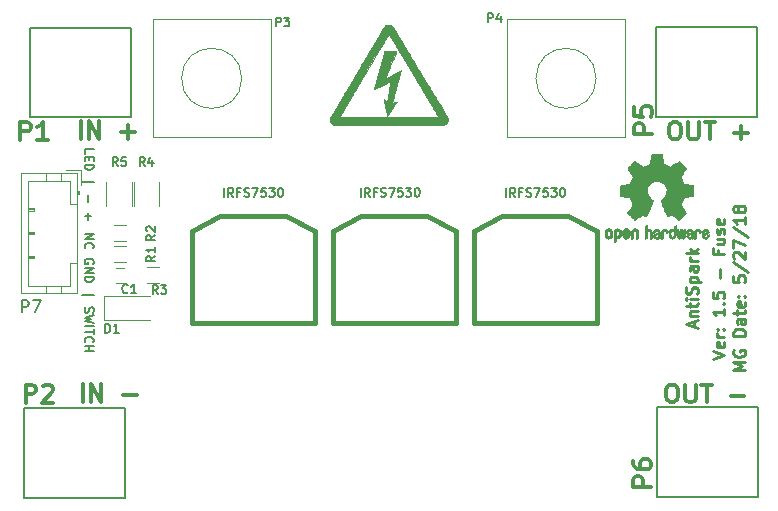
<source format=gbr>
G04 #@! TF.GenerationSoftware,KiCad,Pcbnew,(2017-08-25 revision dd37d0595)-makepkg*
G04 #@! TF.CreationDate,2018-05-27T00:49:56-04:00*
G04 #@! TF.ProjectId,Anti-Spark-Switch,416E74692D537061726B2D5377697463,rev?*
G04 #@! TF.SameCoordinates,Original*
G04 #@! TF.FileFunction,Legend,Top*
G04 #@! TF.FilePolarity,Positive*
%FSLAX46Y46*%
G04 Gerber Fmt 4.6, Leading zero omitted, Abs format (unit mm)*
G04 Created by KiCad (PCBNEW (2017-08-25 revision dd37d0595)-makepkg) date 05/27/18 00:49:56*
%MOMM*%
%LPD*%
G01*
G04 APERTURE LIST*
%ADD10C,0.187500*%
%ADD11C,0.250000*%
%ADD12C,0.300000*%
%ADD13C,0.050000*%
%ADD14C,0.002540*%
%ADD15C,0.010000*%
%ADD16C,0.120000*%
%ADD17C,0.150000*%
%ADD18C,0.381000*%
%ADD19C,0.137500*%
%ADD20C,0.304800*%
G04 APERTURE END LIST*
D10*
X121560714Y-89165000D02*
X121560714Y-88807857D01*
X122310714Y-88807857D01*
X121953571Y-89415000D02*
X121953571Y-89665000D01*
X121560714Y-89772142D02*
X121560714Y-89415000D01*
X122310714Y-89415000D01*
X122310714Y-89772142D01*
X121560714Y-90093571D02*
X122310714Y-90093571D01*
X122310714Y-90272142D01*
X122275000Y-90379285D01*
X122203571Y-90450714D01*
X122132142Y-90486428D01*
X121989285Y-90522142D01*
X121882142Y-90522142D01*
X121739285Y-90486428D01*
X121667857Y-90450714D01*
X121596428Y-90379285D01*
X121560714Y-90272142D01*
X121560714Y-90093571D01*
X121310714Y-91593571D02*
X122382142Y-91593571D01*
X121846428Y-92700714D02*
X121846428Y-93272142D01*
X121846428Y-94200714D02*
X121846428Y-94772142D01*
X121560714Y-94486428D02*
X122132142Y-94486428D01*
D11*
X174727380Y-106521190D02*
X175727380Y-106187857D01*
X174727380Y-105854523D01*
X175679761Y-105140238D02*
X175727380Y-105235476D01*
X175727380Y-105425952D01*
X175679761Y-105521190D01*
X175584523Y-105568809D01*
X175203571Y-105568809D01*
X175108333Y-105521190D01*
X175060714Y-105425952D01*
X175060714Y-105235476D01*
X175108333Y-105140238D01*
X175203571Y-105092619D01*
X175298809Y-105092619D01*
X175394047Y-105568809D01*
X175727380Y-104664047D02*
X175060714Y-104664047D01*
X175251190Y-104664047D02*
X175155952Y-104616428D01*
X175108333Y-104568809D01*
X175060714Y-104473571D01*
X175060714Y-104378333D01*
X175632142Y-104045000D02*
X175679761Y-103997380D01*
X175727380Y-104045000D01*
X175679761Y-104092619D01*
X175632142Y-104045000D01*
X175727380Y-104045000D01*
X175108333Y-104045000D02*
X175155952Y-103997380D01*
X175203571Y-104045000D01*
X175155952Y-104092619D01*
X175108333Y-104045000D01*
X175203571Y-104045000D01*
X175727380Y-102283095D02*
X175727380Y-102854523D01*
X175727380Y-102568809D02*
X174727380Y-102568809D01*
X174870238Y-102664047D01*
X174965476Y-102759285D01*
X175013095Y-102854523D01*
X175632142Y-101854523D02*
X175679761Y-101806904D01*
X175727380Y-101854523D01*
X175679761Y-101902142D01*
X175632142Y-101854523D01*
X175727380Y-101854523D01*
X174727380Y-100902142D02*
X174727380Y-101378333D01*
X175203571Y-101425952D01*
X175155952Y-101378333D01*
X175108333Y-101283095D01*
X175108333Y-101045000D01*
X175155952Y-100949761D01*
X175203571Y-100902142D01*
X175298809Y-100854523D01*
X175536904Y-100854523D01*
X175632142Y-100902142D01*
X175679761Y-100949761D01*
X175727380Y-101045000D01*
X175727380Y-101283095D01*
X175679761Y-101378333D01*
X175632142Y-101425952D01*
X175346428Y-99664047D02*
X175346428Y-98902142D01*
X175203571Y-97330714D02*
X175203571Y-97664047D01*
X175727380Y-97664047D02*
X174727380Y-97664047D01*
X174727380Y-97187857D01*
X175060714Y-96378333D02*
X175727380Y-96378333D01*
X175060714Y-96806904D02*
X175584523Y-96806904D01*
X175679761Y-96759285D01*
X175727380Y-96664047D01*
X175727380Y-96521190D01*
X175679761Y-96425952D01*
X175632142Y-96378333D01*
X175679761Y-95949761D02*
X175727380Y-95854523D01*
X175727380Y-95664047D01*
X175679761Y-95568809D01*
X175584523Y-95521190D01*
X175536904Y-95521190D01*
X175441666Y-95568809D01*
X175394047Y-95664047D01*
X175394047Y-95806904D01*
X175346428Y-95902142D01*
X175251190Y-95949761D01*
X175203571Y-95949761D01*
X175108333Y-95902142D01*
X175060714Y-95806904D01*
X175060714Y-95664047D01*
X175108333Y-95568809D01*
X175679761Y-94711666D02*
X175727380Y-94806904D01*
X175727380Y-94997380D01*
X175679761Y-95092619D01*
X175584523Y-95140238D01*
X175203571Y-95140238D01*
X175108333Y-95092619D01*
X175060714Y-94997380D01*
X175060714Y-94806904D01*
X175108333Y-94711666D01*
X175203571Y-94664047D01*
X175298809Y-94664047D01*
X175394047Y-95140238D01*
X177477380Y-107473571D02*
X176477380Y-107473571D01*
X177191666Y-107140238D01*
X176477380Y-106806904D01*
X177477380Y-106806904D01*
X176525000Y-105806904D02*
X176477380Y-105902142D01*
X176477380Y-106045000D01*
X176525000Y-106187857D01*
X176620238Y-106283095D01*
X176715476Y-106330714D01*
X176905952Y-106378333D01*
X177048809Y-106378333D01*
X177239285Y-106330714D01*
X177334523Y-106283095D01*
X177429761Y-106187857D01*
X177477380Y-106045000D01*
X177477380Y-105949761D01*
X177429761Y-105806904D01*
X177382142Y-105759285D01*
X177048809Y-105759285D01*
X177048809Y-105949761D01*
X177477380Y-104568809D02*
X176477380Y-104568809D01*
X176477380Y-104330714D01*
X176525000Y-104187857D01*
X176620238Y-104092619D01*
X176715476Y-104045000D01*
X176905952Y-103997380D01*
X177048809Y-103997380D01*
X177239285Y-104045000D01*
X177334523Y-104092619D01*
X177429761Y-104187857D01*
X177477380Y-104330714D01*
X177477380Y-104568809D01*
X177477380Y-103140238D02*
X176953571Y-103140238D01*
X176858333Y-103187857D01*
X176810714Y-103283095D01*
X176810714Y-103473571D01*
X176858333Y-103568809D01*
X177429761Y-103140238D02*
X177477380Y-103235476D01*
X177477380Y-103473571D01*
X177429761Y-103568809D01*
X177334523Y-103616428D01*
X177239285Y-103616428D01*
X177144047Y-103568809D01*
X177096428Y-103473571D01*
X177096428Y-103235476D01*
X177048809Y-103140238D01*
X176810714Y-102806904D02*
X176810714Y-102425952D01*
X176477380Y-102664047D02*
X177334523Y-102664047D01*
X177429761Y-102616428D01*
X177477380Y-102521190D01*
X177477380Y-102425952D01*
X177429761Y-101711666D02*
X177477380Y-101806904D01*
X177477380Y-101997380D01*
X177429761Y-102092619D01*
X177334523Y-102140238D01*
X176953571Y-102140238D01*
X176858333Y-102092619D01*
X176810714Y-101997380D01*
X176810714Y-101806904D01*
X176858333Y-101711666D01*
X176953571Y-101664047D01*
X177048809Y-101664047D01*
X177144047Y-102140238D01*
X177382142Y-101235476D02*
X177429761Y-101187857D01*
X177477380Y-101235476D01*
X177429761Y-101283095D01*
X177382142Y-101235476D01*
X177477380Y-101235476D01*
X176858333Y-101235476D02*
X176905952Y-101187857D01*
X176953571Y-101235476D01*
X176905952Y-101283095D01*
X176858333Y-101235476D01*
X176953571Y-101235476D01*
X176477380Y-99521190D02*
X176477380Y-99997380D01*
X176953571Y-100045000D01*
X176905952Y-99997380D01*
X176858333Y-99902142D01*
X176858333Y-99664047D01*
X176905952Y-99568809D01*
X176953571Y-99521190D01*
X177048809Y-99473571D01*
X177286904Y-99473571D01*
X177382142Y-99521190D01*
X177429761Y-99568809D01*
X177477380Y-99664047D01*
X177477380Y-99902142D01*
X177429761Y-99997380D01*
X177382142Y-100045000D01*
X176429761Y-98330714D02*
X177715476Y-99187857D01*
X176572619Y-98045000D02*
X176525000Y-97997380D01*
X176477380Y-97902142D01*
X176477380Y-97664047D01*
X176525000Y-97568809D01*
X176572619Y-97521190D01*
X176667857Y-97473571D01*
X176763095Y-97473571D01*
X176905952Y-97521190D01*
X177477380Y-98092619D01*
X177477380Y-97473571D01*
X176477380Y-97140238D02*
X176477380Y-96473571D01*
X177477380Y-96902142D01*
X176429761Y-95378333D02*
X177715476Y-96235476D01*
X177477380Y-94521190D02*
X177477380Y-95092619D01*
X177477380Y-94806904D02*
X176477380Y-94806904D01*
X176620238Y-94902142D01*
X176715476Y-94997380D01*
X176763095Y-95092619D01*
X176905952Y-93949761D02*
X176858333Y-94045000D01*
X176810714Y-94092619D01*
X176715476Y-94140238D01*
X176667857Y-94140238D01*
X176572619Y-94092619D01*
X176525000Y-94045000D01*
X176477380Y-93949761D01*
X176477380Y-93759285D01*
X176525000Y-93664047D01*
X176572619Y-93616428D01*
X176667857Y-93568809D01*
X176715476Y-93568809D01*
X176810714Y-93616428D01*
X176858333Y-93664047D01*
X176905952Y-93759285D01*
X176905952Y-93949761D01*
X176953571Y-94045000D01*
X177001190Y-94092619D01*
X177096428Y-94140238D01*
X177286904Y-94140238D01*
X177382142Y-94092619D01*
X177429761Y-94045000D01*
X177477380Y-93949761D01*
X177477380Y-93759285D01*
X177429761Y-93664047D01*
X177382142Y-93616428D01*
X177286904Y-93568809D01*
X177096428Y-93568809D01*
X177001190Y-93616428D01*
X176953571Y-93664047D01*
X176905952Y-93759285D01*
X173166666Y-103854523D02*
X173166666Y-103378333D01*
X173452380Y-103949761D02*
X172452380Y-103616428D01*
X173452380Y-103283095D01*
X172785714Y-102949761D02*
X173452380Y-102949761D01*
X172880952Y-102949761D02*
X172833333Y-102902142D01*
X172785714Y-102806904D01*
X172785714Y-102664047D01*
X172833333Y-102568809D01*
X172928571Y-102521190D01*
X173452380Y-102521190D01*
X172785714Y-102187857D02*
X172785714Y-101806904D01*
X172452380Y-102045000D02*
X173309523Y-102045000D01*
X173404761Y-101997380D01*
X173452380Y-101902142D01*
X173452380Y-101806904D01*
X173452380Y-101473571D02*
X172785714Y-101473571D01*
X172452380Y-101473571D02*
X172500000Y-101521190D01*
X172547619Y-101473571D01*
X172500000Y-101425952D01*
X172452380Y-101473571D01*
X172547619Y-101473571D01*
X173404761Y-101045000D02*
X173452380Y-100902142D01*
X173452380Y-100664047D01*
X173404761Y-100568809D01*
X173357142Y-100521190D01*
X173261904Y-100473571D01*
X173166666Y-100473571D01*
X173071428Y-100521190D01*
X173023809Y-100568809D01*
X172976190Y-100664047D01*
X172928571Y-100854523D01*
X172880952Y-100949761D01*
X172833333Y-100997380D01*
X172738095Y-101045000D01*
X172642857Y-101045000D01*
X172547619Y-100997380D01*
X172500000Y-100949761D01*
X172452380Y-100854523D01*
X172452380Y-100616428D01*
X172500000Y-100473571D01*
X172785714Y-100045000D02*
X173785714Y-100045000D01*
X172833333Y-100045000D02*
X172785714Y-99949761D01*
X172785714Y-99759285D01*
X172833333Y-99664047D01*
X172880952Y-99616428D01*
X172976190Y-99568809D01*
X173261904Y-99568809D01*
X173357142Y-99616428D01*
X173404761Y-99664047D01*
X173452380Y-99759285D01*
X173452380Y-99949761D01*
X173404761Y-100045000D01*
X173452380Y-98711666D02*
X172928571Y-98711666D01*
X172833333Y-98759285D01*
X172785714Y-98854523D01*
X172785714Y-99045000D01*
X172833333Y-99140238D01*
X173404761Y-98711666D02*
X173452380Y-98806904D01*
X173452380Y-99045000D01*
X173404761Y-99140238D01*
X173309523Y-99187857D01*
X173214285Y-99187857D01*
X173119047Y-99140238D01*
X173071428Y-99045000D01*
X173071428Y-98806904D01*
X173023809Y-98711666D01*
X173452380Y-98235476D02*
X172785714Y-98235476D01*
X172976190Y-98235476D02*
X172880952Y-98187857D01*
X172833333Y-98140238D01*
X172785714Y-98045000D01*
X172785714Y-97949761D01*
X173452380Y-97616428D02*
X172452380Y-97616428D01*
X173071428Y-97521190D02*
X173452380Y-97235476D01*
X172785714Y-97235476D02*
X173166666Y-97616428D01*
D10*
X121560714Y-95975714D02*
X122310714Y-95975714D01*
X121560714Y-96404285D01*
X122310714Y-96404285D01*
X121632142Y-97190000D02*
X121596428Y-97154285D01*
X121560714Y-97047142D01*
X121560714Y-96975714D01*
X121596428Y-96868571D01*
X121667857Y-96797142D01*
X121739285Y-96761428D01*
X121882142Y-96725714D01*
X121989285Y-96725714D01*
X122132142Y-96761428D01*
X122203571Y-96797142D01*
X122275000Y-96868571D01*
X122310714Y-96975714D01*
X122310714Y-97047142D01*
X122275000Y-97154285D01*
X122239285Y-97190000D01*
X122275000Y-98475714D02*
X122310714Y-98404285D01*
X122310714Y-98297142D01*
X122275000Y-98190000D01*
X122203571Y-98118571D01*
X122132142Y-98082857D01*
X121989285Y-98047142D01*
X121882142Y-98047142D01*
X121739285Y-98082857D01*
X121667857Y-98118571D01*
X121596428Y-98190000D01*
X121560714Y-98297142D01*
X121560714Y-98368571D01*
X121596428Y-98475714D01*
X121632142Y-98511428D01*
X121882142Y-98511428D01*
X121882142Y-98368571D01*
X121560714Y-98832857D02*
X122310714Y-98832857D01*
X121560714Y-99261428D01*
X122310714Y-99261428D01*
X121560714Y-99618571D02*
X122310714Y-99618571D01*
X122310714Y-99797142D01*
X122275000Y-99904285D01*
X122203571Y-99975714D01*
X122132142Y-100011428D01*
X121989285Y-100047142D01*
X121882142Y-100047142D01*
X121739285Y-100011428D01*
X121667857Y-99975714D01*
X121596428Y-99904285D01*
X121560714Y-99797142D01*
X121560714Y-99618571D01*
X121310714Y-101118571D02*
X122382142Y-101118571D01*
X121596428Y-102190000D02*
X121560714Y-102297142D01*
X121560714Y-102475714D01*
X121596428Y-102547142D01*
X121632142Y-102582857D01*
X121703571Y-102618571D01*
X121775000Y-102618571D01*
X121846428Y-102582857D01*
X121882142Y-102547142D01*
X121917857Y-102475714D01*
X121953571Y-102332857D01*
X121989285Y-102261428D01*
X122025000Y-102225714D01*
X122096428Y-102190000D01*
X122167857Y-102190000D01*
X122239285Y-102225714D01*
X122275000Y-102261428D01*
X122310714Y-102332857D01*
X122310714Y-102511428D01*
X122275000Y-102618571D01*
X122310714Y-102868571D02*
X121560714Y-103047142D01*
X122096428Y-103190000D01*
X121560714Y-103332857D01*
X122310714Y-103511428D01*
X121560714Y-103797142D02*
X122310714Y-103797142D01*
X122310714Y-104047142D02*
X122310714Y-104475714D01*
X121560714Y-104261428D02*
X122310714Y-104261428D01*
X121632142Y-105154285D02*
X121596428Y-105118571D01*
X121560714Y-105011428D01*
X121560714Y-104940000D01*
X121596428Y-104832857D01*
X121667857Y-104761428D01*
X121739285Y-104725714D01*
X121882142Y-104690000D01*
X121989285Y-104690000D01*
X122132142Y-104725714D01*
X122203571Y-104761428D01*
X122275000Y-104832857D01*
X122310714Y-104940000D01*
X122310714Y-105011428D01*
X122275000Y-105118571D01*
X122239285Y-105154285D01*
X121560714Y-105475714D02*
X122310714Y-105475714D01*
X121953571Y-105475714D02*
X121953571Y-105904285D01*
X121560714Y-105904285D02*
X122310714Y-105904285D01*
D12*
X171140000Y-108718571D02*
X171425714Y-108718571D01*
X171568571Y-108790000D01*
X171711428Y-108932857D01*
X171782857Y-109218571D01*
X171782857Y-109718571D01*
X171711428Y-110004285D01*
X171568571Y-110147142D01*
X171425714Y-110218571D01*
X171140000Y-110218571D01*
X170997142Y-110147142D01*
X170854285Y-110004285D01*
X170782857Y-109718571D01*
X170782857Y-109218571D01*
X170854285Y-108932857D01*
X170997142Y-108790000D01*
X171140000Y-108718571D01*
X172425714Y-108718571D02*
X172425714Y-109932857D01*
X172497142Y-110075714D01*
X172568571Y-110147142D01*
X172711428Y-110218571D01*
X172997142Y-110218571D01*
X173140000Y-110147142D01*
X173211428Y-110075714D01*
X173282857Y-109932857D01*
X173282857Y-108718571D01*
X173782857Y-108718571D02*
X174640000Y-108718571D01*
X174211428Y-110218571D02*
X174211428Y-108718571D01*
X176282857Y-109647142D02*
X177425714Y-109647142D01*
X171400000Y-86458571D02*
X171685714Y-86458571D01*
X171828571Y-86530000D01*
X171971428Y-86672857D01*
X172042857Y-86958571D01*
X172042857Y-87458571D01*
X171971428Y-87744285D01*
X171828571Y-87887142D01*
X171685714Y-87958571D01*
X171400000Y-87958571D01*
X171257142Y-87887142D01*
X171114285Y-87744285D01*
X171042857Y-87458571D01*
X171042857Y-86958571D01*
X171114285Y-86672857D01*
X171257142Y-86530000D01*
X171400000Y-86458571D01*
X172685714Y-86458571D02*
X172685714Y-87672857D01*
X172757142Y-87815714D01*
X172828571Y-87887142D01*
X172971428Y-87958571D01*
X173257142Y-87958571D01*
X173400000Y-87887142D01*
X173471428Y-87815714D01*
X173542857Y-87672857D01*
X173542857Y-86458571D01*
X174042857Y-86458571D02*
X174900000Y-86458571D01*
X174471428Y-87958571D02*
X174471428Y-86458571D01*
X176542857Y-87387142D02*
X177685714Y-87387142D01*
X177114285Y-87958571D02*
X177114285Y-86815714D01*
X121224285Y-87918571D02*
X121224285Y-86418571D01*
X121938571Y-87918571D02*
X121938571Y-86418571D01*
X122795714Y-87918571D01*
X122795714Y-86418571D01*
X124652857Y-87347142D02*
X125795714Y-87347142D01*
X125224285Y-87918571D02*
X125224285Y-86775714D01*
X121384285Y-110158571D02*
X121384285Y-108658571D01*
X122098571Y-110158571D02*
X122098571Y-108658571D01*
X122955714Y-110158571D01*
X122955714Y-108658571D01*
X124812857Y-109587142D02*
X125955714Y-109587142D01*
D13*
X157315000Y-77790000D02*
X157315000Y-87790000D01*
X157315000Y-87790000D02*
X167315000Y-87790000D01*
X167315000Y-87790000D02*
X167315000Y-77790000D01*
X167315000Y-77790000D02*
X157315000Y-77790000D01*
X164860584Y-82790000D02*
G75*
G03X164860584Y-82790000I-2545584J0D01*
G01*
X127315000Y-77790000D02*
X127315000Y-87790000D01*
X127315000Y-87790000D02*
X137315000Y-87790000D01*
X137315000Y-87790000D02*
X137315000Y-77790000D01*
X137315000Y-77790000D02*
X127315000Y-77790000D01*
X134860584Y-82790000D02*
G75*
G03X134860584Y-82790000I-2545584J0D01*
G01*
D14*
G36*
X148331000Y-82121860D02*
X148328460Y-82132020D01*
X148323380Y-82157420D01*
X148313220Y-82195520D01*
X148300520Y-82241240D01*
X148300520Y-82251400D01*
X148282740Y-82309820D01*
X148264960Y-82378400D01*
X148244640Y-82452060D01*
X148226860Y-82515560D01*
X148224320Y-82523180D01*
X148211620Y-82568900D01*
X148198920Y-82612080D01*
X148188760Y-82655260D01*
X148176060Y-82700980D01*
X148160820Y-82751780D01*
X148145580Y-82810200D01*
X148127800Y-82881320D01*
X148104940Y-82965140D01*
X148077000Y-83066740D01*
X148074460Y-83069280D01*
X148046520Y-83175960D01*
X148023660Y-83262320D01*
X148003340Y-83338520D01*
X147985560Y-83402020D01*
X147970320Y-83460440D01*
X147955080Y-83511240D01*
X147942380Y-83562040D01*
X147927140Y-83612840D01*
X147924600Y-83625540D01*
X147909360Y-83683960D01*
X147894120Y-83742380D01*
X147878880Y-83795720D01*
X147868720Y-83836360D01*
X147866180Y-83846520D01*
X147825540Y-83993840D01*
X147787440Y-84136080D01*
X147751880Y-84268160D01*
X147718860Y-84392620D01*
X147690920Y-84504380D01*
X147665520Y-84605980D01*
X147642660Y-84692340D01*
X147624880Y-84768540D01*
X147612180Y-84826960D01*
X147602020Y-84867600D01*
X147599480Y-84893000D01*
X147599480Y-84900620D01*
X147612180Y-84898080D01*
X147637580Y-84887920D01*
X147678220Y-84870140D01*
X147723940Y-84849820D01*
X147769660Y-84829500D01*
X147835700Y-84799020D01*
X147886500Y-84776160D01*
X147922060Y-84760920D01*
X147947460Y-84753300D01*
X147965240Y-84750760D01*
X147972860Y-84753300D01*
X147975400Y-84753300D01*
X147975400Y-84755840D01*
X147972860Y-84763460D01*
X147967780Y-84773620D01*
X147957620Y-84788860D01*
X147944920Y-84811720D01*
X147924600Y-84844740D01*
X147896660Y-84885380D01*
X147861100Y-84938720D01*
X147817920Y-85002220D01*
X147764580Y-85080960D01*
X147703620Y-85174940D01*
X147690920Y-85195260D01*
X147635040Y-85274000D01*
X147576620Y-85362900D01*
X147515660Y-85451800D01*
X147459780Y-85538160D01*
X147406440Y-85616900D01*
X147358180Y-85685480D01*
X147345480Y-85705800D01*
X147299760Y-85776920D01*
X147261660Y-85832800D01*
X147233720Y-85873440D01*
X147210860Y-85903920D01*
X147195620Y-85926780D01*
X147185460Y-85936940D01*
X147177840Y-85942020D01*
X147175300Y-85942020D01*
X147172760Y-85936940D01*
X147172760Y-85934400D01*
X147167680Y-85919160D01*
X147160060Y-85888680D01*
X147152440Y-85848040D01*
X147142280Y-85799780D01*
X147142280Y-85799780D01*
X147134660Y-85764220D01*
X147121960Y-85710880D01*
X147109260Y-85644840D01*
X147091480Y-85566100D01*
X147073700Y-85479740D01*
X147053380Y-85388300D01*
X147033060Y-85294320D01*
X147025440Y-85258760D01*
X147005120Y-85162240D01*
X146984800Y-85065720D01*
X146964480Y-84971740D01*
X146944160Y-84882840D01*
X146926380Y-84804100D01*
X146913680Y-84738060D01*
X146900980Y-84684720D01*
X146898440Y-84674560D01*
X146888280Y-84618680D01*
X146878120Y-84572960D01*
X146870500Y-84534860D01*
X146867960Y-84512000D01*
X146867960Y-84506920D01*
X146875580Y-84506920D01*
X146885740Y-84514540D01*
X146906060Y-84532320D01*
X146934000Y-84562800D01*
X146972100Y-84603440D01*
X147017820Y-84656780D01*
X147068620Y-84715200D01*
X147106720Y-84755840D01*
X147134660Y-84786320D01*
X147152440Y-84804100D01*
X147165140Y-84811720D01*
X147170220Y-84811720D01*
X147172760Y-84801560D01*
X147177840Y-84773620D01*
X147182920Y-84732980D01*
X147193080Y-84679640D01*
X147200700Y-84621220D01*
X147203240Y-84603440D01*
X147215940Y-84527240D01*
X147228640Y-84443420D01*
X147241340Y-84362140D01*
X147254040Y-84288480D01*
X147261660Y-84237680D01*
X147271820Y-84171640D01*
X147284520Y-84092900D01*
X147297220Y-84009080D01*
X147309920Y-83930340D01*
X147315000Y-83887160D01*
X147325160Y-83808420D01*
X147340400Y-83719520D01*
X147353100Y-83628080D01*
X147368340Y-83541720D01*
X147373420Y-83506160D01*
X147386120Y-83432500D01*
X147396280Y-83356300D01*
X147408980Y-83280100D01*
X147419140Y-83214060D01*
X147424220Y-83175960D01*
X147431840Y-83125160D01*
X147439460Y-83081980D01*
X147444540Y-83048960D01*
X147447080Y-83033720D01*
X147447080Y-83031180D01*
X147447080Y-83026100D01*
X147439460Y-83023560D01*
X147426760Y-83028640D01*
X147401360Y-83038800D01*
X147368340Y-83054040D01*
X147320080Y-83076900D01*
X147261660Y-83107380D01*
X147185460Y-83145480D01*
X147142280Y-83168340D01*
X146956860Y-83262320D01*
X146789220Y-83348680D01*
X146639360Y-83424880D01*
X146504740Y-83493460D01*
X146390440Y-83551880D01*
X146291380Y-83600140D01*
X146210100Y-83640780D01*
X146146600Y-83671260D01*
X146098340Y-83694120D01*
X146067860Y-83706820D01*
X146055160Y-83711900D01*
X146055160Y-83709360D01*
X146055160Y-83696660D01*
X146062780Y-83666180D01*
X146075480Y-83617920D01*
X146090720Y-83559500D01*
X146108500Y-83490920D01*
X146128820Y-83414720D01*
X146151680Y-83333440D01*
X146177080Y-83247080D01*
X146194860Y-83181040D01*
X146212640Y-83115000D01*
X146230420Y-83048960D01*
X146248200Y-82990540D01*
X146260900Y-82939740D01*
X146268520Y-82909260D01*
X146281220Y-82866080D01*
X146296460Y-82810200D01*
X146314240Y-82749240D01*
X146329480Y-82693360D01*
X146347260Y-82629860D01*
X146367580Y-82558740D01*
X146385360Y-82490160D01*
X146398060Y-82446980D01*
X146413300Y-82396180D01*
X146431080Y-82332680D01*
X146451400Y-82261560D01*
X146471720Y-82187900D01*
X146484420Y-82139640D01*
X146502200Y-82076140D01*
X146519980Y-82010100D01*
X146537760Y-81951680D01*
X146550460Y-81900880D01*
X146560620Y-81870400D01*
X146568240Y-81842460D01*
X146580940Y-81796740D01*
X146596180Y-81738320D01*
X146616500Y-81667200D01*
X146639360Y-81588460D01*
X146662220Y-81502100D01*
X146687620Y-81410660D01*
X146700320Y-81370020D01*
X146728260Y-81270960D01*
X146756200Y-81169360D01*
X146784140Y-81067760D01*
X146812080Y-80971240D01*
X146837480Y-80882340D01*
X146857800Y-80803600D01*
X146875580Y-80742640D01*
X146878120Y-80732480D01*
X146895900Y-80668980D01*
X146911140Y-80613100D01*
X146926380Y-80564840D01*
X146939080Y-80529280D01*
X146946700Y-80508960D01*
X146949240Y-80506420D01*
X146961940Y-80503880D01*
X146989880Y-80503880D01*
X147035600Y-80501340D01*
X147094020Y-80501340D01*
X147162600Y-80498800D01*
X147238800Y-80498800D01*
X147317540Y-80498800D01*
X147403900Y-80498800D01*
X147490260Y-80498800D01*
X147579160Y-80498800D01*
X147660440Y-80498800D01*
X147739180Y-80498800D01*
X147807760Y-80498800D01*
X147866180Y-80498800D01*
X147911900Y-80501340D01*
X147942380Y-80501340D01*
X147957620Y-80503880D01*
X147955080Y-80514040D01*
X147947460Y-80539440D01*
X147932220Y-80575000D01*
X147916980Y-80610560D01*
X147817920Y-80839160D01*
X147718860Y-81062680D01*
X147627420Y-81276040D01*
X147538520Y-81484320D01*
X147454700Y-81679900D01*
X147375960Y-81862780D01*
X147307380Y-82035500D01*
X147241340Y-82192980D01*
X147185460Y-82335220D01*
X147134660Y-82462220D01*
X147121960Y-82492700D01*
X147096560Y-82556200D01*
X147073700Y-82617160D01*
X147053380Y-82667960D01*
X147038140Y-82711140D01*
X147025440Y-82739080D01*
X147025440Y-82744160D01*
X147015280Y-82772100D01*
X147007660Y-82789880D01*
X147007660Y-82794960D01*
X147017820Y-82792420D01*
X147043220Y-82779720D01*
X147086400Y-82759400D01*
X147142280Y-82731460D01*
X147210860Y-82695900D01*
X147292140Y-82652720D01*
X147383580Y-82604460D01*
X147485180Y-82551120D01*
X147596940Y-82495240D01*
X147716320Y-82434280D01*
X147739180Y-82421580D01*
X147833160Y-82373320D01*
X147924600Y-82325060D01*
X148010960Y-82281880D01*
X148089700Y-82241240D01*
X148158280Y-82205680D01*
X148219240Y-82175200D01*
X148270040Y-82149800D01*
X148305600Y-82132020D01*
X148325920Y-82124400D01*
X148331000Y-82121860D01*
X148331000Y-82121860D01*
X148331000Y-82121860D01*
G37*
X148331000Y-82121860D02*
X148328460Y-82132020D01*
X148323380Y-82157420D01*
X148313220Y-82195520D01*
X148300520Y-82241240D01*
X148300520Y-82251400D01*
X148282740Y-82309820D01*
X148264960Y-82378400D01*
X148244640Y-82452060D01*
X148226860Y-82515560D01*
X148224320Y-82523180D01*
X148211620Y-82568900D01*
X148198920Y-82612080D01*
X148188760Y-82655260D01*
X148176060Y-82700980D01*
X148160820Y-82751780D01*
X148145580Y-82810200D01*
X148127800Y-82881320D01*
X148104940Y-82965140D01*
X148077000Y-83066740D01*
X148074460Y-83069280D01*
X148046520Y-83175960D01*
X148023660Y-83262320D01*
X148003340Y-83338520D01*
X147985560Y-83402020D01*
X147970320Y-83460440D01*
X147955080Y-83511240D01*
X147942380Y-83562040D01*
X147927140Y-83612840D01*
X147924600Y-83625540D01*
X147909360Y-83683960D01*
X147894120Y-83742380D01*
X147878880Y-83795720D01*
X147868720Y-83836360D01*
X147866180Y-83846520D01*
X147825540Y-83993840D01*
X147787440Y-84136080D01*
X147751880Y-84268160D01*
X147718860Y-84392620D01*
X147690920Y-84504380D01*
X147665520Y-84605980D01*
X147642660Y-84692340D01*
X147624880Y-84768540D01*
X147612180Y-84826960D01*
X147602020Y-84867600D01*
X147599480Y-84893000D01*
X147599480Y-84900620D01*
X147612180Y-84898080D01*
X147637580Y-84887920D01*
X147678220Y-84870140D01*
X147723940Y-84849820D01*
X147769660Y-84829500D01*
X147835700Y-84799020D01*
X147886500Y-84776160D01*
X147922060Y-84760920D01*
X147947460Y-84753300D01*
X147965240Y-84750760D01*
X147972860Y-84753300D01*
X147975400Y-84753300D01*
X147975400Y-84755840D01*
X147972860Y-84763460D01*
X147967780Y-84773620D01*
X147957620Y-84788860D01*
X147944920Y-84811720D01*
X147924600Y-84844740D01*
X147896660Y-84885380D01*
X147861100Y-84938720D01*
X147817920Y-85002220D01*
X147764580Y-85080960D01*
X147703620Y-85174940D01*
X147690920Y-85195260D01*
X147635040Y-85274000D01*
X147576620Y-85362900D01*
X147515660Y-85451800D01*
X147459780Y-85538160D01*
X147406440Y-85616900D01*
X147358180Y-85685480D01*
X147345480Y-85705800D01*
X147299760Y-85776920D01*
X147261660Y-85832800D01*
X147233720Y-85873440D01*
X147210860Y-85903920D01*
X147195620Y-85926780D01*
X147185460Y-85936940D01*
X147177840Y-85942020D01*
X147175300Y-85942020D01*
X147172760Y-85936940D01*
X147172760Y-85934400D01*
X147167680Y-85919160D01*
X147160060Y-85888680D01*
X147152440Y-85848040D01*
X147142280Y-85799780D01*
X147142280Y-85799780D01*
X147134660Y-85764220D01*
X147121960Y-85710880D01*
X147109260Y-85644840D01*
X147091480Y-85566100D01*
X147073700Y-85479740D01*
X147053380Y-85388300D01*
X147033060Y-85294320D01*
X147025440Y-85258760D01*
X147005120Y-85162240D01*
X146984800Y-85065720D01*
X146964480Y-84971740D01*
X146944160Y-84882840D01*
X146926380Y-84804100D01*
X146913680Y-84738060D01*
X146900980Y-84684720D01*
X146898440Y-84674560D01*
X146888280Y-84618680D01*
X146878120Y-84572960D01*
X146870500Y-84534860D01*
X146867960Y-84512000D01*
X146867960Y-84506920D01*
X146875580Y-84506920D01*
X146885740Y-84514540D01*
X146906060Y-84532320D01*
X146934000Y-84562800D01*
X146972100Y-84603440D01*
X147017820Y-84656780D01*
X147068620Y-84715200D01*
X147106720Y-84755840D01*
X147134660Y-84786320D01*
X147152440Y-84804100D01*
X147165140Y-84811720D01*
X147170220Y-84811720D01*
X147172760Y-84801560D01*
X147177840Y-84773620D01*
X147182920Y-84732980D01*
X147193080Y-84679640D01*
X147200700Y-84621220D01*
X147203240Y-84603440D01*
X147215940Y-84527240D01*
X147228640Y-84443420D01*
X147241340Y-84362140D01*
X147254040Y-84288480D01*
X147261660Y-84237680D01*
X147271820Y-84171640D01*
X147284520Y-84092900D01*
X147297220Y-84009080D01*
X147309920Y-83930340D01*
X147315000Y-83887160D01*
X147325160Y-83808420D01*
X147340400Y-83719520D01*
X147353100Y-83628080D01*
X147368340Y-83541720D01*
X147373420Y-83506160D01*
X147386120Y-83432500D01*
X147396280Y-83356300D01*
X147408980Y-83280100D01*
X147419140Y-83214060D01*
X147424220Y-83175960D01*
X147431840Y-83125160D01*
X147439460Y-83081980D01*
X147444540Y-83048960D01*
X147447080Y-83033720D01*
X147447080Y-83031180D01*
X147447080Y-83026100D01*
X147439460Y-83023560D01*
X147426760Y-83028640D01*
X147401360Y-83038800D01*
X147368340Y-83054040D01*
X147320080Y-83076900D01*
X147261660Y-83107380D01*
X147185460Y-83145480D01*
X147142280Y-83168340D01*
X146956860Y-83262320D01*
X146789220Y-83348680D01*
X146639360Y-83424880D01*
X146504740Y-83493460D01*
X146390440Y-83551880D01*
X146291380Y-83600140D01*
X146210100Y-83640780D01*
X146146600Y-83671260D01*
X146098340Y-83694120D01*
X146067860Y-83706820D01*
X146055160Y-83711900D01*
X146055160Y-83709360D01*
X146055160Y-83696660D01*
X146062780Y-83666180D01*
X146075480Y-83617920D01*
X146090720Y-83559500D01*
X146108500Y-83490920D01*
X146128820Y-83414720D01*
X146151680Y-83333440D01*
X146177080Y-83247080D01*
X146194860Y-83181040D01*
X146212640Y-83115000D01*
X146230420Y-83048960D01*
X146248200Y-82990540D01*
X146260900Y-82939740D01*
X146268520Y-82909260D01*
X146281220Y-82866080D01*
X146296460Y-82810200D01*
X146314240Y-82749240D01*
X146329480Y-82693360D01*
X146347260Y-82629860D01*
X146367580Y-82558740D01*
X146385360Y-82490160D01*
X146398060Y-82446980D01*
X146413300Y-82396180D01*
X146431080Y-82332680D01*
X146451400Y-82261560D01*
X146471720Y-82187900D01*
X146484420Y-82139640D01*
X146502200Y-82076140D01*
X146519980Y-82010100D01*
X146537760Y-81951680D01*
X146550460Y-81900880D01*
X146560620Y-81870400D01*
X146568240Y-81842460D01*
X146580940Y-81796740D01*
X146596180Y-81738320D01*
X146616500Y-81667200D01*
X146639360Y-81588460D01*
X146662220Y-81502100D01*
X146687620Y-81410660D01*
X146700320Y-81370020D01*
X146728260Y-81270960D01*
X146756200Y-81169360D01*
X146784140Y-81067760D01*
X146812080Y-80971240D01*
X146837480Y-80882340D01*
X146857800Y-80803600D01*
X146875580Y-80742640D01*
X146878120Y-80732480D01*
X146895900Y-80668980D01*
X146911140Y-80613100D01*
X146926380Y-80564840D01*
X146939080Y-80529280D01*
X146946700Y-80508960D01*
X146949240Y-80506420D01*
X146961940Y-80503880D01*
X146989880Y-80503880D01*
X147035600Y-80501340D01*
X147094020Y-80501340D01*
X147162600Y-80498800D01*
X147238800Y-80498800D01*
X147317540Y-80498800D01*
X147403900Y-80498800D01*
X147490260Y-80498800D01*
X147579160Y-80498800D01*
X147660440Y-80498800D01*
X147739180Y-80498800D01*
X147807760Y-80498800D01*
X147866180Y-80498800D01*
X147911900Y-80501340D01*
X147942380Y-80501340D01*
X147957620Y-80503880D01*
X147955080Y-80514040D01*
X147947460Y-80539440D01*
X147932220Y-80575000D01*
X147916980Y-80610560D01*
X147817920Y-80839160D01*
X147718860Y-81062680D01*
X147627420Y-81276040D01*
X147538520Y-81484320D01*
X147454700Y-81679900D01*
X147375960Y-81862780D01*
X147307380Y-82035500D01*
X147241340Y-82192980D01*
X147185460Y-82335220D01*
X147134660Y-82462220D01*
X147121960Y-82492700D01*
X147096560Y-82556200D01*
X147073700Y-82617160D01*
X147053380Y-82667960D01*
X147038140Y-82711140D01*
X147025440Y-82739080D01*
X147025440Y-82744160D01*
X147015280Y-82772100D01*
X147007660Y-82789880D01*
X147007660Y-82794960D01*
X147017820Y-82792420D01*
X147043220Y-82779720D01*
X147086400Y-82759400D01*
X147142280Y-82731460D01*
X147210860Y-82695900D01*
X147292140Y-82652720D01*
X147383580Y-82604460D01*
X147485180Y-82551120D01*
X147596940Y-82495240D01*
X147716320Y-82434280D01*
X147739180Y-82421580D01*
X147833160Y-82373320D01*
X147924600Y-82325060D01*
X148010960Y-82281880D01*
X148089700Y-82241240D01*
X148158280Y-82205680D01*
X148219240Y-82175200D01*
X148270040Y-82149800D01*
X148305600Y-82132020D01*
X148325920Y-82124400D01*
X148331000Y-82121860D01*
X148331000Y-82121860D01*
G36*
X152313720Y-86201100D02*
X152311180Y-86300160D01*
X152298480Y-86399220D01*
X152275620Y-86488120D01*
X152234980Y-86564320D01*
X152212120Y-86594800D01*
X152189260Y-86622740D01*
X152161320Y-86645600D01*
X152128300Y-86665920D01*
X152090200Y-86686240D01*
X152006380Y-86724340D01*
X151536480Y-86724340D01*
X151536480Y-86089340D01*
X151528860Y-86074100D01*
X151513620Y-86048700D01*
X151490760Y-86010600D01*
X151462820Y-85964880D01*
X151445040Y-85939480D01*
X151427260Y-85911540D01*
X151414560Y-85888680D01*
X151399320Y-85865820D01*
X151386620Y-85845500D01*
X151371380Y-85822640D01*
X151356140Y-85799780D01*
X151340900Y-85771840D01*
X151320580Y-85738820D01*
X151295180Y-85698180D01*
X151267240Y-85652460D01*
X151234220Y-85596580D01*
X151193580Y-85530540D01*
X151147860Y-85451800D01*
X151091980Y-85360360D01*
X151028480Y-85253680D01*
X150962440Y-85141920D01*
X150904020Y-85047940D01*
X150850680Y-84956500D01*
X150799880Y-84872680D01*
X150754160Y-84796480D01*
X150713520Y-84727900D01*
X150677960Y-84672020D01*
X150652560Y-84628840D01*
X150634780Y-84598360D01*
X150624620Y-84583120D01*
X150614460Y-84562800D01*
X150594140Y-84529780D01*
X150566200Y-84486600D01*
X150535720Y-84433260D01*
X150502700Y-84377380D01*
X150484920Y-84346900D01*
X150441740Y-84275780D01*
X150393480Y-84197040D01*
X150345220Y-84115760D01*
X150302040Y-84039560D01*
X150261400Y-83973520D01*
X150261400Y-83970980D01*
X150223300Y-83910020D01*
X150185200Y-83843980D01*
X150149640Y-83783020D01*
X150116620Y-83729680D01*
X150093760Y-83691580D01*
X150068360Y-83648400D01*
X150035340Y-83595060D01*
X149999780Y-83531560D01*
X149961680Y-83465520D01*
X149923580Y-83402020D01*
X149921040Y-83399480D01*
X149880400Y-83330900D01*
X149834680Y-83252160D01*
X149783880Y-83168340D01*
X149735620Y-83087060D01*
X149692440Y-83015940D01*
X149651800Y-82947360D01*
X149606080Y-82866080D01*
X149555280Y-82782260D01*
X149504480Y-82695900D01*
X149456220Y-82614620D01*
X149433360Y-82579060D01*
X149390180Y-82502860D01*
X149339380Y-82421580D01*
X149288580Y-82335220D01*
X149240320Y-82253940D01*
X149197140Y-82180280D01*
X149179360Y-82149800D01*
X149143800Y-82091380D01*
X149110780Y-82038040D01*
X149082840Y-81989780D01*
X149059980Y-81951680D01*
X149044740Y-81926280D01*
X149042200Y-81921200D01*
X149029500Y-81900880D01*
X149009180Y-81865320D01*
X148983780Y-81822140D01*
X148953300Y-81771340D01*
X148930440Y-81735780D01*
X148899960Y-81682440D01*
X148872020Y-81634180D01*
X148846620Y-81593540D01*
X148828840Y-81563060D01*
X148821220Y-81550360D01*
X148811060Y-81530040D01*
X148790740Y-81497020D01*
X148762800Y-81453840D01*
X148732320Y-81400500D01*
X148699300Y-81344620D01*
X148684060Y-81319220D01*
X148640880Y-81248100D01*
X148592620Y-81166820D01*
X148541820Y-81080460D01*
X148491020Y-80996640D01*
X148447840Y-80920440D01*
X148445300Y-80917900D01*
X148407200Y-80856940D01*
X148374180Y-80798520D01*
X148341160Y-80745180D01*
X148315760Y-80699460D01*
X148295440Y-80668980D01*
X148290360Y-80658820D01*
X148272580Y-80628340D01*
X148244640Y-80582620D01*
X148209080Y-80524200D01*
X148168440Y-80453080D01*
X148120180Y-80374340D01*
X148066840Y-80285440D01*
X148010960Y-80191460D01*
X147952540Y-80094940D01*
X147891580Y-79995880D01*
X147833160Y-79896820D01*
X147774740Y-79800300D01*
X147716320Y-79706320D01*
X147662980Y-79619960D01*
X147614720Y-79538680D01*
X147571540Y-79467560D01*
X147533440Y-79406600D01*
X147528360Y-79401520D01*
X147490260Y-79335480D01*
X147449620Y-79274520D01*
X147411520Y-79213560D01*
X147375960Y-79160220D01*
X147342940Y-79114500D01*
X147320080Y-79078940D01*
X147304840Y-79053540D01*
X147294680Y-79045920D01*
X147289600Y-79053540D01*
X147271820Y-79078940D01*
X147246420Y-79117040D01*
X147213400Y-79172920D01*
X147172760Y-79238960D01*
X147124500Y-79317700D01*
X147071160Y-79409140D01*
X147010200Y-79508200D01*
X146944160Y-79617420D01*
X146875580Y-79736800D01*
X146799380Y-79861260D01*
X146723180Y-79990800D01*
X146641900Y-80125420D01*
X146601260Y-80196540D01*
X146586020Y-80219400D01*
X146563160Y-80257500D01*
X146535220Y-80305760D01*
X146499660Y-80364180D01*
X146464100Y-80427680D01*
X146426000Y-80493720D01*
X146255820Y-80778200D01*
X146093260Y-81049980D01*
X145938320Y-81311600D01*
X145788460Y-81565600D01*
X145643680Y-81811980D01*
X145498900Y-82058360D01*
X145458260Y-82126940D01*
X145420160Y-82187900D01*
X145384600Y-82248860D01*
X145351580Y-82304740D01*
X145323640Y-82350460D01*
X145303320Y-82386020D01*
X145298240Y-82396180D01*
X145280460Y-82424120D01*
X145255060Y-82467300D01*
X145224580Y-82518100D01*
X145189020Y-82576520D01*
X145150920Y-82642560D01*
X145122980Y-82688280D01*
X145084880Y-82754320D01*
X145046780Y-82817820D01*
X145011220Y-82876240D01*
X144980740Y-82927040D01*
X144957880Y-82965140D01*
X144947720Y-82985460D01*
X144924860Y-83021020D01*
X144896920Y-83066740D01*
X144866440Y-83120080D01*
X144835960Y-83173420D01*
X144830880Y-83181040D01*
X144782620Y-83262320D01*
X144734360Y-83346140D01*
X144686100Y-83427420D01*
X144640380Y-83506160D01*
X144597200Y-83574740D01*
X144564180Y-83630620D01*
X144551480Y-83650940D01*
X144526080Y-83694120D01*
X144500680Y-83739840D01*
X144477820Y-83777940D01*
X144475280Y-83780480D01*
X144462580Y-83805880D01*
X144437180Y-83846520D01*
X144404160Y-83902400D01*
X144360980Y-83976060D01*
X144310180Y-84062420D01*
X144251760Y-84164020D01*
X144183180Y-84278320D01*
X144109520Y-84402780D01*
X144025700Y-84542480D01*
X143936800Y-84692340D01*
X143934260Y-84697420D01*
X143888540Y-84776160D01*
X143840280Y-84859980D01*
X143789480Y-84946340D01*
X143741220Y-85027620D01*
X143698040Y-85101280D01*
X143670100Y-85144460D01*
X143632000Y-85207960D01*
X143593900Y-85276540D01*
X143555800Y-85340040D01*
X143522780Y-85398460D01*
X143494840Y-85444180D01*
X143489760Y-85449260D01*
X143461820Y-85497520D01*
X143433880Y-85545780D01*
X143411020Y-85586420D01*
X143393240Y-85614360D01*
X143352600Y-85685480D01*
X143311960Y-85754060D01*
X143271320Y-85822640D01*
X143233220Y-85888680D01*
X143197660Y-85947100D01*
X143167180Y-85997900D01*
X143144320Y-86038540D01*
X143126540Y-86066480D01*
X143118920Y-86079180D01*
X143116380Y-86079180D01*
X143108760Y-86094420D01*
X143108760Y-86096960D01*
X143118920Y-86096960D01*
X143146860Y-86099500D01*
X143195120Y-86099500D01*
X143261160Y-86099500D01*
X143344980Y-86099500D01*
X143446580Y-86102040D01*
X143560880Y-86102040D01*
X143692960Y-86102040D01*
X143840280Y-86102040D01*
X144000300Y-86102040D01*
X144175560Y-86102040D01*
X144363520Y-86102040D01*
X144561640Y-86104580D01*
X144772460Y-86104580D01*
X144995980Y-86104580D01*
X145227120Y-86104580D01*
X145468420Y-86104580D01*
X145719880Y-86104580D01*
X145978960Y-86104580D01*
X146243120Y-86104580D01*
X146517440Y-86104580D01*
X146796840Y-86104580D01*
X147083860Y-86104580D01*
X147325160Y-86104580D01*
X147673140Y-86104580D01*
X148000800Y-86104580D01*
X148308140Y-86104580D01*
X148597700Y-86104580D01*
X148872020Y-86104580D01*
X149126020Y-86104580D01*
X149364780Y-86104580D01*
X149588300Y-86104580D01*
X149796580Y-86104580D01*
X149987080Y-86104580D01*
X150164880Y-86104580D01*
X150327440Y-86104580D01*
X150479840Y-86104580D01*
X150617000Y-86104580D01*
X150741460Y-86104580D01*
X150855760Y-86102040D01*
X150957360Y-86102040D01*
X151048800Y-86102040D01*
X151130080Y-86102040D01*
X151203740Y-86102040D01*
X151267240Y-86102040D01*
X151323120Y-86099500D01*
X151368840Y-86099500D01*
X151409480Y-86099500D01*
X151442500Y-86096960D01*
X151470440Y-86096960D01*
X151493300Y-86096960D01*
X151508540Y-86094420D01*
X151521240Y-86094420D01*
X151528860Y-86091880D01*
X151533940Y-86091880D01*
X151536480Y-86089340D01*
X151536480Y-86089340D01*
X151536480Y-86724340D01*
X147337860Y-86729420D01*
X142671880Y-86734500D01*
X142582980Y-86698940D01*
X142499160Y-86655760D01*
X142430580Y-86602420D01*
X142379780Y-86538920D01*
X142344220Y-86462720D01*
X142323900Y-86373820D01*
X142316280Y-86279840D01*
X142316280Y-86251900D01*
X142318820Y-86229040D01*
X142321360Y-86208720D01*
X142326440Y-86185860D01*
X142336600Y-86160460D01*
X142351840Y-86129980D01*
X142374700Y-86089340D01*
X142402640Y-86038540D01*
X142440740Y-85975040D01*
X142461060Y-85939480D01*
X142494080Y-85883600D01*
X142527100Y-85827720D01*
X142555040Y-85779460D01*
X142577900Y-85741360D01*
X142593140Y-85715960D01*
X142610920Y-85682940D01*
X142638860Y-85637220D01*
X142671880Y-85581340D01*
X142707440Y-85517840D01*
X142748080Y-85449260D01*
X142788720Y-85380680D01*
X142826820Y-85314640D01*
X142834440Y-85304480D01*
X142857300Y-85266380D01*
X142885240Y-85218120D01*
X142918260Y-85162240D01*
X142953820Y-85101280D01*
X142989380Y-85042860D01*
X143030020Y-84974280D01*
X143075740Y-84895540D01*
X143124000Y-84814260D01*
X143169720Y-84735520D01*
X143197660Y-84687260D01*
X143235760Y-84623760D01*
X143276400Y-84555180D01*
X143317040Y-84486600D01*
X143352600Y-84425640D01*
X143378000Y-84382460D01*
X143408480Y-84331660D01*
X143444040Y-84270700D01*
X143484680Y-84204660D01*
X143525320Y-84136080D01*
X143560880Y-84072580D01*
X143598980Y-84009080D01*
X143637080Y-83943040D01*
X143675180Y-83879540D01*
X143708200Y-83826200D01*
X143733600Y-83783020D01*
X143733600Y-83780480D01*
X143748840Y-83757620D01*
X143764080Y-83729680D01*
X143784400Y-83696660D01*
X143804720Y-83661100D01*
X143832660Y-83617920D01*
X143863140Y-83564580D01*
X143898700Y-83503620D01*
X143939340Y-83435040D01*
X143987600Y-83351220D01*
X144043480Y-83257240D01*
X144106980Y-83150560D01*
X144180640Y-83028640D01*
X144261920Y-82888940D01*
X144267000Y-82883860D01*
X144310180Y-82807660D01*
X144355900Y-82734000D01*
X144399080Y-82660340D01*
X144437180Y-82596840D01*
X144470200Y-82540960D01*
X144495600Y-82497780D01*
X144505760Y-82480000D01*
X144526080Y-82446980D01*
X144554020Y-82401260D01*
X144589580Y-82340300D01*
X144630220Y-82271720D01*
X144673400Y-82198060D01*
X144719120Y-82119320D01*
X144759760Y-82050740D01*
X144843580Y-81911040D01*
X144922320Y-81776420D01*
X144998520Y-81649420D01*
X145069640Y-81530040D01*
X145135680Y-81420820D01*
X145194100Y-81321760D01*
X145244900Y-81235400D01*
X145285540Y-81166820D01*
X145308400Y-81128720D01*
X145326180Y-81095700D01*
X145354120Y-81047440D01*
X145389680Y-80989020D01*
X145432860Y-80917900D01*
X145478580Y-80839160D01*
X145526840Y-80755340D01*
X145577640Y-80668980D01*
X145615740Y-80608020D01*
X145669080Y-80519120D01*
X145722420Y-80427680D01*
X145775760Y-80338780D01*
X145824020Y-80254960D01*
X145869740Y-80176220D01*
X145910380Y-80110180D01*
X145940860Y-80056840D01*
X145956100Y-80031440D01*
X145994200Y-79967940D01*
X146034840Y-79896820D01*
X146075480Y-79828240D01*
X146113580Y-79767280D01*
X146133900Y-79731720D01*
X146164380Y-79678380D01*
X146202480Y-79614880D01*
X146243120Y-79546300D01*
X146283760Y-79475180D01*
X146314240Y-79426920D01*
X146387900Y-79302460D01*
X146451400Y-79190700D01*
X146509820Y-79091640D01*
X146560620Y-79005280D01*
X146603800Y-78934160D01*
X146636820Y-78878280D01*
X146659680Y-78837640D01*
X146674920Y-78814780D01*
X146690160Y-78789380D01*
X146713020Y-78751280D01*
X146738420Y-78705560D01*
X146768900Y-78654760D01*
X146776520Y-78644600D01*
X146822240Y-78563320D01*
X146860340Y-78499820D01*
X146893360Y-78449020D01*
X146921300Y-78408380D01*
X146949240Y-78377900D01*
X146974640Y-78352500D01*
X147002580Y-78332180D01*
X147033060Y-78314400D01*
X147071160Y-78299160D01*
X147114340Y-78281380D01*
X147121960Y-78278840D01*
X147165140Y-78261060D01*
X147195620Y-78250900D01*
X147226100Y-78245820D01*
X147256580Y-78245820D01*
X147302300Y-78245820D01*
X147386120Y-78258520D01*
X147464860Y-78278840D01*
X147538520Y-78314400D01*
X147604560Y-78365200D01*
X147668060Y-78431240D01*
X147729020Y-78512520D01*
X147787440Y-78614120D01*
X147820460Y-78675080D01*
X147833160Y-78700480D01*
X147856020Y-78741120D01*
X147886500Y-78794460D01*
X147922060Y-78857960D01*
X147965240Y-78929080D01*
X148010960Y-79007820D01*
X148059220Y-79089100D01*
X148107480Y-79172920D01*
X148158280Y-79256740D01*
X148206540Y-79338020D01*
X148249720Y-79411680D01*
X148267500Y-79437080D01*
X148290360Y-79480260D01*
X148323380Y-79531060D01*
X148358940Y-79592020D01*
X148397040Y-79658060D01*
X148437680Y-79726640D01*
X148440220Y-79731720D01*
X148493560Y-79818080D01*
X148554520Y-79922220D01*
X148625640Y-80041600D01*
X148704380Y-80173680D01*
X148793280Y-80321000D01*
X148889800Y-80481020D01*
X148991400Y-80651200D01*
X149100620Y-80834080D01*
X149217460Y-81027120D01*
X149339380Y-81230320D01*
X149466380Y-81438600D01*
X149595920Y-81657040D01*
X149733080Y-81883100D01*
X149870240Y-82111700D01*
X150012480Y-82347920D01*
X150157260Y-82584140D01*
X150192820Y-82645100D01*
X150256320Y-82749240D01*
X150324900Y-82861000D01*
X150398560Y-82982920D01*
X150472220Y-83107380D01*
X150548420Y-83231840D01*
X150624620Y-83356300D01*
X150698280Y-83478220D01*
X150766860Y-83595060D01*
X150832900Y-83701740D01*
X150891320Y-83798260D01*
X150942120Y-83882080D01*
X150970060Y-83932880D01*
X151056420Y-84075120D01*
X151132620Y-84202120D01*
X151203740Y-84316420D01*
X151267240Y-84423100D01*
X151325660Y-84522160D01*
X151384080Y-84616140D01*
X151439960Y-84707580D01*
X151495840Y-84799020D01*
X151554260Y-84895540D01*
X151607600Y-84984440D01*
X151709200Y-85149540D01*
X151800640Y-85299400D01*
X151884460Y-85434020D01*
X151958120Y-85558480D01*
X152021620Y-85667700D01*
X152080040Y-85769300D01*
X152133380Y-85860740D01*
X152179100Y-85942020D01*
X152219740Y-86018220D01*
X152252760Y-86079180D01*
X152313720Y-86201100D01*
X152313720Y-86201100D01*
X152313720Y-86201100D01*
G37*
X152313720Y-86201100D02*
X152311180Y-86300160D01*
X152298480Y-86399220D01*
X152275620Y-86488120D01*
X152234980Y-86564320D01*
X152212120Y-86594800D01*
X152189260Y-86622740D01*
X152161320Y-86645600D01*
X152128300Y-86665920D01*
X152090200Y-86686240D01*
X152006380Y-86724340D01*
X151536480Y-86724340D01*
X151536480Y-86089340D01*
X151528860Y-86074100D01*
X151513620Y-86048700D01*
X151490760Y-86010600D01*
X151462820Y-85964880D01*
X151445040Y-85939480D01*
X151427260Y-85911540D01*
X151414560Y-85888680D01*
X151399320Y-85865820D01*
X151386620Y-85845500D01*
X151371380Y-85822640D01*
X151356140Y-85799780D01*
X151340900Y-85771840D01*
X151320580Y-85738820D01*
X151295180Y-85698180D01*
X151267240Y-85652460D01*
X151234220Y-85596580D01*
X151193580Y-85530540D01*
X151147860Y-85451800D01*
X151091980Y-85360360D01*
X151028480Y-85253680D01*
X150962440Y-85141920D01*
X150904020Y-85047940D01*
X150850680Y-84956500D01*
X150799880Y-84872680D01*
X150754160Y-84796480D01*
X150713520Y-84727900D01*
X150677960Y-84672020D01*
X150652560Y-84628840D01*
X150634780Y-84598360D01*
X150624620Y-84583120D01*
X150614460Y-84562800D01*
X150594140Y-84529780D01*
X150566200Y-84486600D01*
X150535720Y-84433260D01*
X150502700Y-84377380D01*
X150484920Y-84346900D01*
X150441740Y-84275780D01*
X150393480Y-84197040D01*
X150345220Y-84115760D01*
X150302040Y-84039560D01*
X150261400Y-83973520D01*
X150261400Y-83970980D01*
X150223300Y-83910020D01*
X150185200Y-83843980D01*
X150149640Y-83783020D01*
X150116620Y-83729680D01*
X150093760Y-83691580D01*
X150068360Y-83648400D01*
X150035340Y-83595060D01*
X149999780Y-83531560D01*
X149961680Y-83465520D01*
X149923580Y-83402020D01*
X149921040Y-83399480D01*
X149880400Y-83330900D01*
X149834680Y-83252160D01*
X149783880Y-83168340D01*
X149735620Y-83087060D01*
X149692440Y-83015940D01*
X149651800Y-82947360D01*
X149606080Y-82866080D01*
X149555280Y-82782260D01*
X149504480Y-82695900D01*
X149456220Y-82614620D01*
X149433360Y-82579060D01*
X149390180Y-82502860D01*
X149339380Y-82421580D01*
X149288580Y-82335220D01*
X149240320Y-82253940D01*
X149197140Y-82180280D01*
X149179360Y-82149800D01*
X149143800Y-82091380D01*
X149110780Y-82038040D01*
X149082840Y-81989780D01*
X149059980Y-81951680D01*
X149044740Y-81926280D01*
X149042200Y-81921200D01*
X149029500Y-81900880D01*
X149009180Y-81865320D01*
X148983780Y-81822140D01*
X148953300Y-81771340D01*
X148930440Y-81735780D01*
X148899960Y-81682440D01*
X148872020Y-81634180D01*
X148846620Y-81593540D01*
X148828840Y-81563060D01*
X148821220Y-81550360D01*
X148811060Y-81530040D01*
X148790740Y-81497020D01*
X148762800Y-81453840D01*
X148732320Y-81400500D01*
X148699300Y-81344620D01*
X148684060Y-81319220D01*
X148640880Y-81248100D01*
X148592620Y-81166820D01*
X148541820Y-81080460D01*
X148491020Y-80996640D01*
X148447840Y-80920440D01*
X148445300Y-80917900D01*
X148407200Y-80856940D01*
X148374180Y-80798520D01*
X148341160Y-80745180D01*
X148315760Y-80699460D01*
X148295440Y-80668980D01*
X148290360Y-80658820D01*
X148272580Y-80628340D01*
X148244640Y-80582620D01*
X148209080Y-80524200D01*
X148168440Y-80453080D01*
X148120180Y-80374340D01*
X148066840Y-80285440D01*
X148010960Y-80191460D01*
X147952540Y-80094940D01*
X147891580Y-79995880D01*
X147833160Y-79896820D01*
X147774740Y-79800300D01*
X147716320Y-79706320D01*
X147662980Y-79619960D01*
X147614720Y-79538680D01*
X147571540Y-79467560D01*
X147533440Y-79406600D01*
X147528360Y-79401520D01*
X147490260Y-79335480D01*
X147449620Y-79274520D01*
X147411520Y-79213560D01*
X147375960Y-79160220D01*
X147342940Y-79114500D01*
X147320080Y-79078940D01*
X147304840Y-79053540D01*
X147294680Y-79045920D01*
X147289600Y-79053540D01*
X147271820Y-79078940D01*
X147246420Y-79117040D01*
X147213400Y-79172920D01*
X147172760Y-79238960D01*
X147124500Y-79317700D01*
X147071160Y-79409140D01*
X147010200Y-79508200D01*
X146944160Y-79617420D01*
X146875580Y-79736800D01*
X146799380Y-79861260D01*
X146723180Y-79990800D01*
X146641900Y-80125420D01*
X146601260Y-80196540D01*
X146586020Y-80219400D01*
X146563160Y-80257500D01*
X146535220Y-80305760D01*
X146499660Y-80364180D01*
X146464100Y-80427680D01*
X146426000Y-80493720D01*
X146255820Y-80778200D01*
X146093260Y-81049980D01*
X145938320Y-81311600D01*
X145788460Y-81565600D01*
X145643680Y-81811980D01*
X145498900Y-82058360D01*
X145458260Y-82126940D01*
X145420160Y-82187900D01*
X145384600Y-82248860D01*
X145351580Y-82304740D01*
X145323640Y-82350460D01*
X145303320Y-82386020D01*
X145298240Y-82396180D01*
X145280460Y-82424120D01*
X145255060Y-82467300D01*
X145224580Y-82518100D01*
X145189020Y-82576520D01*
X145150920Y-82642560D01*
X145122980Y-82688280D01*
X145084880Y-82754320D01*
X145046780Y-82817820D01*
X145011220Y-82876240D01*
X144980740Y-82927040D01*
X144957880Y-82965140D01*
X144947720Y-82985460D01*
X144924860Y-83021020D01*
X144896920Y-83066740D01*
X144866440Y-83120080D01*
X144835960Y-83173420D01*
X144830880Y-83181040D01*
X144782620Y-83262320D01*
X144734360Y-83346140D01*
X144686100Y-83427420D01*
X144640380Y-83506160D01*
X144597200Y-83574740D01*
X144564180Y-83630620D01*
X144551480Y-83650940D01*
X144526080Y-83694120D01*
X144500680Y-83739840D01*
X144477820Y-83777940D01*
X144475280Y-83780480D01*
X144462580Y-83805880D01*
X144437180Y-83846520D01*
X144404160Y-83902400D01*
X144360980Y-83976060D01*
X144310180Y-84062420D01*
X144251760Y-84164020D01*
X144183180Y-84278320D01*
X144109520Y-84402780D01*
X144025700Y-84542480D01*
X143936800Y-84692340D01*
X143934260Y-84697420D01*
X143888540Y-84776160D01*
X143840280Y-84859980D01*
X143789480Y-84946340D01*
X143741220Y-85027620D01*
X143698040Y-85101280D01*
X143670100Y-85144460D01*
X143632000Y-85207960D01*
X143593900Y-85276540D01*
X143555800Y-85340040D01*
X143522780Y-85398460D01*
X143494840Y-85444180D01*
X143489760Y-85449260D01*
X143461820Y-85497520D01*
X143433880Y-85545780D01*
X143411020Y-85586420D01*
X143393240Y-85614360D01*
X143352600Y-85685480D01*
X143311960Y-85754060D01*
X143271320Y-85822640D01*
X143233220Y-85888680D01*
X143197660Y-85947100D01*
X143167180Y-85997900D01*
X143144320Y-86038540D01*
X143126540Y-86066480D01*
X143118920Y-86079180D01*
X143116380Y-86079180D01*
X143108760Y-86094420D01*
X143108760Y-86096960D01*
X143118920Y-86096960D01*
X143146860Y-86099500D01*
X143195120Y-86099500D01*
X143261160Y-86099500D01*
X143344980Y-86099500D01*
X143446580Y-86102040D01*
X143560880Y-86102040D01*
X143692960Y-86102040D01*
X143840280Y-86102040D01*
X144000300Y-86102040D01*
X144175560Y-86102040D01*
X144363520Y-86102040D01*
X144561640Y-86104580D01*
X144772460Y-86104580D01*
X144995980Y-86104580D01*
X145227120Y-86104580D01*
X145468420Y-86104580D01*
X145719880Y-86104580D01*
X145978960Y-86104580D01*
X146243120Y-86104580D01*
X146517440Y-86104580D01*
X146796840Y-86104580D01*
X147083860Y-86104580D01*
X147325160Y-86104580D01*
X147673140Y-86104580D01*
X148000800Y-86104580D01*
X148308140Y-86104580D01*
X148597700Y-86104580D01*
X148872020Y-86104580D01*
X149126020Y-86104580D01*
X149364780Y-86104580D01*
X149588300Y-86104580D01*
X149796580Y-86104580D01*
X149987080Y-86104580D01*
X150164880Y-86104580D01*
X150327440Y-86104580D01*
X150479840Y-86104580D01*
X150617000Y-86104580D01*
X150741460Y-86104580D01*
X150855760Y-86102040D01*
X150957360Y-86102040D01*
X151048800Y-86102040D01*
X151130080Y-86102040D01*
X151203740Y-86102040D01*
X151267240Y-86102040D01*
X151323120Y-86099500D01*
X151368840Y-86099500D01*
X151409480Y-86099500D01*
X151442500Y-86096960D01*
X151470440Y-86096960D01*
X151493300Y-86096960D01*
X151508540Y-86094420D01*
X151521240Y-86094420D01*
X151528860Y-86091880D01*
X151533940Y-86091880D01*
X151536480Y-86089340D01*
X151536480Y-86089340D01*
X151536480Y-86724340D01*
X147337860Y-86729420D01*
X142671880Y-86734500D01*
X142582980Y-86698940D01*
X142499160Y-86655760D01*
X142430580Y-86602420D01*
X142379780Y-86538920D01*
X142344220Y-86462720D01*
X142323900Y-86373820D01*
X142316280Y-86279840D01*
X142316280Y-86251900D01*
X142318820Y-86229040D01*
X142321360Y-86208720D01*
X142326440Y-86185860D01*
X142336600Y-86160460D01*
X142351840Y-86129980D01*
X142374700Y-86089340D01*
X142402640Y-86038540D01*
X142440740Y-85975040D01*
X142461060Y-85939480D01*
X142494080Y-85883600D01*
X142527100Y-85827720D01*
X142555040Y-85779460D01*
X142577900Y-85741360D01*
X142593140Y-85715960D01*
X142610920Y-85682940D01*
X142638860Y-85637220D01*
X142671880Y-85581340D01*
X142707440Y-85517840D01*
X142748080Y-85449260D01*
X142788720Y-85380680D01*
X142826820Y-85314640D01*
X142834440Y-85304480D01*
X142857300Y-85266380D01*
X142885240Y-85218120D01*
X142918260Y-85162240D01*
X142953820Y-85101280D01*
X142989380Y-85042860D01*
X143030020Y-84974280D01*
X143075740Y-84895540D01*
X143124000Y-84814260D01*
X143169720Y-84735520D01*
X143197660Y-84687260D01*
X143235760Y-84623760D01*
X143276400Y-84555180D01*
X143317040Y-84486600D01*
X143352600Y-84425640D01*
X143378000Y-84382460D01*
X143408480Y-84331660D01*
X143444040Y-84270700D01*
X143484680Y-84204660D01*
X143525320Y-84136080D01*
X143560880Y-84072580D01*
X143598980Y-84009080D01*
X143637080Y-83943040D01*
X143675180Y-83879540D01*
X143708200Y-83826200D01*
X143733600Y-83783020D01*
X143733600Y-83780480D01*
X143748840Y-83757620D01*
X143764080Y-83729680D01*
X143784400Y-83696660D01*
X143804720Y-83661100D01*
X143832660Y-83617920D01*
X143863140Y-83564580D01*
X143898700Y-83503620D01*
X143939340Y-83435040D01*
X143987600Y-83351220D01*
X144043480Y-83257240D01*
X144106980Y-83150560D01*
X144180640Y-83028640D01*
X144261920Y-82888940D01*
X144267000Y-82883860D01*
X144310180Y-82807660D01*
X144355900Y-82734000D01*
X144399080Y-82660340D01*
X144437180Y-82596840D01*
X144470200Y-82540960D01*
X144495600Y-82497780D01*
X144505760Y-82480000D01*
X144526080Y-82446980D01*
X144554020Y-82401260D01*
X144589580Y-82340300D01*
X144630220Y-82271720D01*
X144673400Y-82198060D01*
X144719120Y-82119320D01*
X144759760Y-82050740D01*
X144843580Y-81911040D01*
X144922320Y-81776420D01*
X144998520Y-81649420D01*
X145069640Y-81530040D01*
X145135680Y-81420820D01*
X145194100Y-81321760D01*
X145244900Y-81235400D01*
X145285540Y-81166820D01*
X145308400Y-81128720D01*
X145326180Y-81095700D01*
X145354120Y-81047440D01*
X145389680Y-80989020D01*
X145432860Y-80917900D01*
X145478580Y-80839160D01*
X145526840Y-80755340D01*
X145577640Y-80668980D01*
X145615740Y-80608020D01*
X145669080Y-80519120D01*
X145722420Y-80427680D01*
X145775760Y-80338780D01*
X145824020Y-80254960D01*
X145869740Y-80176220D01*
X145910380Y-80110180D01*
X145940860Y-80056840D01*
X145956100Y-80031440D01*
X145994200Y-79967940D01*
X146034840Y-79896820D01*
X146075480Y-79828240D01*
X146113580Y-79767280D01*
X146133900Y-79731720D01*
X146164380Y-79678380D01*
X146202480Y-79614880D01*
X146243120Y-79546300D01*
X146283760Y-79475180D01*
X146314240Y-79426920D01*
X146387900Y-79302460D01*
X146451400Y-79190700D01*
X146509820Y-79091640D01*
X146560620Y-79005280D01*
X146603800Y-78934160D01*
X146636820Y-78878280D01*
X146659680Y-78837640D01*
X146674920Y-78814780D01*
X146690160Y-78789380D01*
X146713020Y-78751280D01*
X146738420Y-78705560D01*
X146768900Y-78654760D01*
X146776520Y-78644600D01*
X146822240Y-78563320D01*
X146860340Y-78499820D01*
X146893360Y-78449020D01*
X146921300Y-78408380D01*
X146949240Y-78377900D01*
X146974640Y-78352500D01*
X147002580Y-78332180D01*
X147033060Y-78314400D01*
X147071160Y-78299160D01*
X147114340Y-78281380D01*
X147121960Y-78278840D01*
X147165140Y-78261060D01*
X147195620Y-78250900D01*
X147226100Y-78245820D01*
X147256580Y-78245820D01*
X147302300Y-78245820D01*
X147386120Y-78258520D01*
X147464860Y-78278840D01*
X147538520Y-78314400D01*
X147604560Y-78365200D01*
X147668060Y-78431240D01*
X147729020Y-78512520D01*
X147787440Y-78614120D01*
X147820460Y-78675080D01*
X147833160Y-78700480D01*
X147856020Y-78741120D01*
X147886500Y-78794460D01*
X147922060Y-78857960D01*
X147965240Y-78929080D01*
X148010960Y-79007820D01*
X148059220Y-79089100D01*
X148107480Y-79172920D01*
X148158280Y-79256740D01*
X148206540Y-79338020D01*
X148249720Y-79411680D01*
X148267500Y-79437080D01*
X148290360Y-79480260D01*
X148323380Y-79531060D01*
X148358940Y-79592020D01*
X148397040Y-79658060D01*
X148437680Y-79726640D01*
X148440220Y-79731720D01*
X148493560Y-79818080D01*
X148554520Y-79922220D01*
X148625640Y-80041600D01*
X148704380Y-80173680D01*
X148793280Y-80321000D01*
X148889800Y-80481020D01*
X148991400Y-80651200D01*
X149100620Y-80834080D01*
X149217460Y-81027120D01*
X149339380Y-81230320D01*
X149466380Y-81438600D01*
X149595920Y-81657040D01*
X149733080Y-81883100D01*
X149870240Y-82111700D01*
X150012480Y-82347920D01*
X150157260Y-82584140D01*
X150192820Y-82645100D01*
X150256320Y-82749240D01*
X150324900Y-82861000D01*
X150398560Y-82982920D01*
X150472220Y-83107380D01*
X150548420Y-83231840D01*
X150624620Y-83356300D01*
X150698280Y-83478220D01*
X150766860Y-83595060D01*
X150832900Y-83701740D01*
X150891320Y-83798260D01*
X150942120Y-83882080D01*
X150970060Y-83932880D01*
X151056420Y-84075120D01*
X151132620Y-84202120D01*
X151203740Y-84316420D01*
X151267240Y-84423100D01*
X151325660Y-84522160D01*
X151384080Y-84616140D01*
X151439960Y-84707580D01*
X151495840Y-84799020D01*
X151554260Y-84895540D01*
X151607600Y-84984440D01*
X151709200Y-85149540D01*
X151800640Y-85299400D01*
X151884460Y-85434020D01*
X151958120Y-85558480D01*
X152021620Y-85667700D01*
X152080040Y-85769300D01*
X152133380Y-85860740D01*
X152179100Y-85942020D01*
X152219740Y-86018220D01*
X152252760Y-86079180D01*
X152313720Y-86201100D01*
X152313720Y-86201100D01*
D15*
G36*
X166758886Y-95504505D02*
X166833539Y-95541727D01*
X166899431Y-95610261D01*
X166917577Y-95635648D01*
X166937345Y-95668866D01*
X166950172Y-95704945D01*
X166957510Y-95753098D01*
X166960813Y-95822536D01*
X166961538Y-95914206D01*
X166958263Y-96039830D01*
X166946877Y-96134154D01*
X166925041Y-96204523D01*
X166890419Y-96258286D01*
X166840670Y-96302788D01*
X166837014Y-96305423D01*
X166787985Y-96332377D01*
X166728945Y-96345712D01*
X166653859Y-96349000D01*
X166531795Y-96349000D01*
X166531744Y-96467497D01*
X166530608Y-96533492D01*
X166523686Y-96572202D01*
X166505598Y-96595419D01*
X166470962Y-96614933D01*
X166462645Y-96618920D01*
X166423720Y-96637603D01*
X166393583Y-96649403D01*
X166371174Y-96650422D01*
X166355433Y-96636761D01*
X166345302Y-96604522D01*
X166339723Y-96549804D01*
X166337635Y-96468711D01*
X166337981Y-96357344D01*
X166339700Y-96211802D01*
X166340237Y-96168269D01*
X166342172Y-96018205D01*
X166343904Y-95920042D01*
X166531692Y-95920042D01*
X166532748Y-96003364D01*
X166537438Y-96057880D01*
X166548051Y-96093837D01*
X166566872Y-96121482D01*
X166579650Y-96134965D01*
X166631890Y-96174417D01*
X166678142Y-96177628D01*
X166725867Y-96145049D01*
X166727077Y-96143846D01*
X166746494Y-96118668D01*
X166758307Y-96084447D01*
X166764265Y-96031748D01*
X166766120Y-95951131D01*
X166766154Y-95933271D01*
X166761670Y-95822175D01*
X166747074Y-95745161D01*
X166720650Y-95698147D01*
X166680683Y-95677050D01*
X166657584Y-95674923D01*
X166602762Y-95684900D01*
X166565158Y-95717752D01*
X166542523Y-95777857D01*
X166532606Y-95869598D01*
X166531692Y-95920042D01*
X166343904Y-95920042D01*
X166344222Y-95902060D01*
X166346873Y-95814679D01*
X166350606Y-95750905D01*
X166355907Y-95705582D01*
X166363258Y-95673555D01*
X166373143Y-95649668D01*
X166386046Y-95628764D01*
X166391579Y-95620898D01*
X166464969Y-95546595D01*
X166557760Y-95504467D01*
X166665096Y-95492722D01*
X166758886Y-95504505D01*
X166758886Y-95504505D01*
G37*
X166758886Y-95504505D02*
X166833539Y-95541727D01*
X166899431Y-95610261D01*
X166917577Y-95635648D01*
X166937345Y-95668866D01*
X166950172Y-95704945D01*
X166957510Y-95753098D01*
X166960813Y-95822536D01*
X166961538Y-95914206D01*
X166958263Y-96039830D01*
X166946877Y-96134154D01*
X166925041Y-96204523D01*
X166890419Y-96258286D01*
X166840670Y-96302788D01*
X166837014Y-96305423D01*
X166787985Y-96332377D01*
X166728945Y-96345712D01*
X166653859Y-96349000D01*
X166531795Y-96349000D01*
X166531744Y-96467497D01*
X166530608Y-96533492D01*
X166523686Y-96572202D01*
X166505598Y-96595419D01*
X166470962Y-96614933D01*
X166462645Y-96618920D01*
X166423720Y-96637603D01*
X166393583Y-96649403D01*
X166371174Y-96650422D01*
X166355433Y-96636761D01*
X166345302Y-96604522D01*
X166339723Y-96549804D01*
X166337635Y-96468711D01*
X166337981Y-96357344D01*
X166339700Y-96211802D01*
X166340237Y-96168269D01*
X166342172Y-96018205D01*
X166343904Y-95920042D01*
X166531692Y-95920042D01*
X166532748Y-96003364D01*
X166537438Y-96057880D01*
X166548051Y-96093837D01*
X166566872Y-96121482D01*
X166579650Y-96134965D01*
X166631890Y-96174417D01*
X166678142Y-96177628D01*
X166725867Y-96145049D01*
X166727077Y-96143846D01*
X166746494Y-96118668D01*
X166758307Y-96084447D01*
X166764265Y-96031748D01*
X166766120Y-95951131D01*
X166766154Y-95933271D01*
X166761670Y-95822175D01*
X166747074Y-95745161D01*
X166720650Y-95698147D01*
X166680683Y-95677050D01*
X166657584Y-95674923D01*
X166602762Y-95684900D01*
X166565158Y-95717752D01*
X166542523Y-95777857D01*
X166532606Y-95869598D01*
X166531692Y-95920042D01*
X166343904Y-95920042D01*
X166344222Y-95902060D01*
X166346873Y-95814679D01*
X166350606Y-95750905D01*
X166355907Y-95705582D01*
X166363258Y-95673555D01*
X166373143Y-95649668D01*
X166386046Y-95628764D01*
X166391579Y-95620898D01*
X166464969Y-95546595D01*
X166557760Y-95504467D01*
X166665096Y-95492722D01*
X166758886Y-95504505D01*
G36*
X168261664Y-95515089D02*
X168324367Y-95551358D01*
X168367961Y-95587358D01*
X168399845Y-95625075D01*
X168421810Y-95671199D01*
X168435649Y-95732421D01*
X168443153Y-95815431D01*
X168446117Y-95926919D01*
X168446461Y-96007062D01*
X168446461Y-96302065D01*
X168280385Y-96376515D01*
X168270615Y-96053402D01*
X168266579Y-95932729D01*
X168262344Y-95845141D01*
X168257097Y-95784650D01*
X168250025Y-95745268D01*
X168240311Y-95721007D01*
X168227144Y-95705880D01*
X168222919Y-95702606D01*
X168158909Y-95677034D01*
X168094208Y-95687153D01*
X168055692Y-95714000D01*
X168040025Y-95733024D01*
X168029180Y-95757988D01*
X168022288Y-95795834D01*
X168018479Y-95853502D01*
X168016883Y-95937935D01*
X168016615Y-96025928D01*
X168016563Y-96136323D01*
X168014672Y-96214463D01*
X168008345Y-96267165D01*
X167994983Y-96301242D01*
X167971985Y-96323511D01*
X167936754Y-96340787D01*
X167889697Y-96358738D01*
X167838303Y-96378278D01*
X167844421Y-96031485D01*
X167846884Y-95906468D01*
X167849767Y-95814082D01*
X167853898Y-95747881D01*
X167860107Y-95701420D01*
X167869226Y-95668256D01*
X167882083Y-95641944D01*
X167897584Y-95618729D01*
X167972371Y-95544569D01*
X168063628Y-95501684D01*
X168162883Y-95491412D01*
X168261664Y-95515089D01*
X168261664Y-95515089D01*
G37*
X168261664Y-95515089D02*
X168324367Y-95551358D01*
X168367961Y-95587358D01*
X168399845Y-95625075D01*
X168421810Y-95671199D01*
X168435649Y-95732421D01*
X168443153Y-95815431D01*
X168446117Y-95926919D01*
X168446461Y-96007062D01*
X168446461Y-96302065D01*
X168280385Y-96376515D01*
X168270615Y-96053402D01*
X168266579Y-95932729D01*
X168262344Y-95845141D01*
X168257097Y-95784650D01*
X168250025Y-95745268D01*
X168240311Y-95721007D01*
X168227144Y-95705880D01*
X168222919Y-95702606D01*
X168158909Y-95677034D01*
X168094208Y-95687153D01*
X168055692Y-95714000D01*
X168040025Y-95733024D01*
X168029180Y-95757988D01*
X168022288Y-95795834D01*
X168018479Y-95853502D01*
X168016883Y-95937935D01*
X168016615Y-96025928D01*
X168016563Y-96136323D01*
X168014672Y-96214463D01*
X168008345Y-96267165D01*
X167994983Y-96301242D01*
X167971985Y-96323511D01*
X167936754Y-96340787D01*
X167889697Y-96358738D01*
X167838303Y-96378278D01*
X167844421Y-96031485D01*
X167846884Y-95906468D01*
X167849767Y-95814082D01*
X167853898Y-95747881D01*
X167860107Y-95701420D01*
X167869226Y-95668256D01*
X167882083Y-95641944D01*
X167897584Y-95618729D01*
X167972371Y-95544569D01*
X168063628Y-95501684D01*
X168162883Y-95491412D01*
X168261664Y-95515089D01*
G36*
X166006886Y-95507256D02*
X166098464Y-95555409D01*
X166166049Y-95632905D01*
X166190057Y-95682727D01*
X166208738Y-95757533D01*
X166218301Y-95852052D01*
X166219208Y-95955210D01*
X166211921Y-96055935D01*
X166196903Y-96143153D01*
X166174615Y-96205791D01*
X166167765Y-96216579D01*
X166086632Y-96297105D01*
X165990266Y-96345336D01*
X165885701Y-96359450D01*
X165779968Y-96337629D01*
X165750543Y-96324547D01*
X165693241Y-96284231D01*
X165642950Y-96230775D01*
X165638197Y-96223995D01*
X165618878Y-96191321D01*
X165606108Y-96156394D01*
X165598564Y-96110414D01*
X165594924Y-96044584D01*
X165593865Y-95950105D01*
X165593846Y-95928923D01*
X165593894Y-95922182D01*
X165789231Y-95922182D01*
X165790368Y-96011349D01*
X165794841Y-96070520D01*
X165804246Y-96108741D01*
X165820176Y-96135053D01*
X165828308Y-96143846D01*
X165875058Y-96177261D01*
X165920447Y-96175737D01*
X165966340Y-96146752D01*
X165993712Y-96115809D01*
X166009923Y-96070643D01*
X166019026Y-95999420D01*
X166019651Y-95991114D01*
X166021204Y-95862037D01*
X166004965Y-95766172D01*
X165971152Y-95704107D01*
X165919984Y-95676432D01*
X165901720Y-95674923D01*
X165853760Y-95682513D01*
X165820953Y-95708808D01*
X165800895Y-95759095D01*
X165791178Y-95838664D01*
X165789231Y-95922182D01*
X165593894Y-95922182D01*
X165594574Y-95828249D01*
X165597629Y-95757906D01*
X165604322Y-95709163D01*
X165615960Y-95673288D01*
X165633853Y-95641548D01*
X165637808Y-95635648D01*
X165704267Y-95556104D01*
X165776685Y-95509929D01*
X165864849Y-95491599D01*
X165894787Y-95490703D01*
X166006886Y-95507256D01*
X166006886Y-95507256D01*
G37*
X166006886Y-95507256D02*
X166098464Y-95555409D01*
X166166049Y-95632905D01*
X166190057Y-95682727D01*
X166208738Y-95757533D01*
X166218301Y-95852052D01*
X166219208Y-95955210D01*
X166211921Y-96055935D01*
X166196903Y-96143153D01*
X166174615Y-96205791D01*
X166167765Y-96216579D01*
X166086632Y-96297105D01*
X165990266Y-96345336D01*
X165885701Y-96359450D01*
X165779968Y-96337629D01*
X165750543Y-96324547D01*
X165693241Y-96284231D01*
X165642950Y-96230775D01*
X165638197Y-96223995D01*
X165618878Y-96191321D01*
X165606108Y-96156394D01*
X165598564Y-96110414D01*
X165594924Y-96044584D01*
X165593865Y-95950105D01*
X165593846Y-95928923D01*
X165593894Y-95922182D01*
X165789231Y-95922182D01*
X165790368Y-96011349D01*
X165794841Y-96070520D01*
X165804246Y-96108741D01*
X165820176Y-96135053D01*
X165828308Y-96143846D01*
X165875058Y-96177261D01*
X165920447Y-96175737D01*
X165966340Y-96146752D01*
X165993712Y-96115809D01*
X166009923Y-96070643D01*
X166019026Y-95999420D01*
X166019651Y-95991114D01*
X166021204Y-95862037D01*
X166004965Y-95766172D01*
X165971152Y-95704107D01*
X165919984Y-95676432D01*
X165901720Y-95674923D01*
X165853760Y-95682513D01*
X165820953Y-95708808D01*
X165800895Y-95759095D01*
X165791178Y-95838664D01*
X165789231Y-95922182D01*
X165593894Y-95922182D01*
X165594574Y-95828249D01*
X165597629Y-95757906D01*
X165604322Y-95709163D01*
X165615960Y-95673288D01*
X165633853Y-95641548D01*
X165637808Y-95635648D01*
X165704267Y-95556104D01*
X165776685Y-95509929D01*
X165864849Y-95491599D01*
X165894787Y-95490703D01*
X166006886Y-95507256D01*
G36*
X167524254Y-95519745D02*
X167601286Y-95571567D01*
X167660816Y-95646412D01*
X167696378Y-95741654D01*
X167703571Y-95811756D01*
X167702754Y-95841009D01*
X167695914Y-95863407D01*
X167677112Y-95883474D01*
X167640408Y-95905733D01*
X167579862Y-95934709D01*
X167489534Y-95974927D01*
X167489077Y-95975129D01*
X167405933Y-96013210D01*
X167337753Y-96047025D01*
X167291505Y-96072933D01*
X167274158Y-96087295D01*
X167274154Y-96087411D01*
X167289443Y-96118685D01*
X167325196Y-96153157D01*
X167366242Y-96177990D01*
X167387037Y-96182923D01*
X167443770Y-96165862D01*
X167492627Y-96123133D01*
X167516465Y-96076155D01*
X167539397Y-96041522D01*
X167584318Y-96002081D01*
X167637123Y-95968009D01*
X167683710Y-95949480D01*
X167693452Y-95948462D01*
X167704418Y-95965215D01*
X167705079Y-96008039D01*
X167697020Y-96065781D01*
X167681827Y-96127289D01*
X167661086Y-96181409D01*
X167660038Y-96183510D01*
X167597621Y-96270660D01*
X167516726Y-96329939D01*
X167424856Y-96359034D01*
X167329513Y-96355634D01*
X167238198Y-96317428D01*
X167234138Y-96314741D01*
X167162306Y-96249642D01*
X167115073Y-96164705D01*
X167088934Y-96053021D01*
X167085426Y-96021643D01*
X167079213Y-95873536D01*
X167086661Y-95804468D01*
X167274154Y-95804468D01*
X167276590Y-95847552D01*
X167289914Y-95860126D01*
X167323132Y-95850719D01*
X167375494Y-95828483D01*
X167434024Y-95800610D01*
X167435479Y-95799872D01*
X167485089Y-95773777D01*
X167505000Y-95756363D01*
X167500090Y-95738107D01*
X167479416Y-95714120D01*
X167426819Y-95679406D01*
X167370177Y-95676856D01*
X167319369Y-95702119D01*
X167284276Y-95750847D01*
X167274154Y-95804468D01*
X167086661Y-95804468D01*
X167091992Y-95755036D01*
X167124778Y-95661055D01*
X167170421Y-95595215D01*
X167252802Y-95528681D01*
X167343546Y-95495676D01*
X167436185Y-95493573D01*
X167524254Y-95519745D01*
X167524254Y-95519745D01*
G37*
X167524254Y-95519745D02*
X167601286Y-95571567D01*
X167660816Y-95646412D01*
X167696378Y-95741654D01*
X167703571Y-95811756D01*
X167702754Y-95841009D01*
X167695914Y-95863407D01*
X167677112Y-95883474D01*
X167640408Y-95905733D01*
X167579862Y-95934709D01*
X167489534Y-95974927D01*
X167489077Y-95975129D01*
X167405933Y-96013210D01*
X167337753Y-96047025D01*
X167291505Y-96072933D01*
X167274158Y-96087295D01*
X167274154Y-96087411D01*
X167289443Y-96118685D01*
X167325196Y-96153157D01*
X167366242Y-96177990D01*
X167387037Y-96182923D01*
X167443770Y-96165862D01*
X167492627Y-96123133D01*
X167516465Y-96076155D01*
X167539397Y-96041522D01*
X167584318Y-96002081D01*
X167637123Y-95968009D01*
X167683710Y-95949480D01*
X167693452Y-95948462D01*
X167704418Y-95965215D01*
X167705079Y-96008039D01*
X167697020Y-96065781D01*
X167681827Y-96127289D01*
X167661086Y-96181409D01*
X167660038Y-96183510D01*
X167597621Y-96270660D01*
X167516726Y-96329939D01*
X167424856Y-96359034D01*
X167329513Y-96355634D01*
X167238198Y-96317428D01*
X167234138Y-96314741D01*
X167162306Y-96249642D01*
X167115073Y-96164705D01*
X167088934Y-96053021D01*
X167085426Y-96021643D01*
X167079213Y-95873536D01*
X167086661Y-95804468D01*
X167274154Y-95804468D01*
X167276590Y-95847552D01*
X167289914Y-95860126D01*
X167323132Y-95850719D01*
X167375494Y-95828483D01*
X167434024Y-95800610D01*
X167435479Y-95799872D01*
X167485089Y-95773777D01*
X167505000Y-95756363D01*
X167500090Y-95738107D01*
X167479416Y-95714120D01*
X167426819Y-95679406D01*
X167370177Y-95676856D01*
X167319369Y-95702119D01*
X167284276Y-95750847D01*
X167274154Y-95804468D01*
X167086661Y-95804468D01*
X167091992Y-95755036D01*
X167124778Y-95661055D01*
X167170421Y-95595215D01*
X167252802Y-95528681D01*
X167343546Y-95495676D01*
X167436185Y-95493573D01*
X167524254Y-95519745D01*
G36*
X169149846Y-95412120D02*
X169155572Y-95491980D01*
X169162149Y-95539039D01*
X169171262Y-95559566D01*
X169184598Y-95559829D01*
X169188923Y-95557378D01*
X169246444Y-95539636D01*
X169321268Y-95540672D01*
X169397339Y-95558910D01*
X169444918Y-95582505D01*
X169493702Y-95620198D01*
X169529364Y-95662855D01*
X169553845Y-95717057D01*
X169569087Y-95789384D01*
X169577030Y-95886419D01*
X169579616Y-96014742D01*
X169579662Y-96039358D01*
X169579692Y-96315870D01*
X169518161Y-96337320D01*
X169474459Y-96351912D01*
X169450482Y-96358706D01*
X169449777Y-96358769D01*
X169447415Y-96340345D01*
X169445406Y-96289526D01*
X169443901Y-96212993D01*
X169443053Y-96117430D01*
X169442923Y-96059329D01*
X169442651Y-95944771D01*
X169441252Y-95862667D01*
X169437849Y-95806393D01*
X169431567Y-95769326D01*
X169421529Y-95744844D01*
X169406861Y-95726325D01*
X169397702Y-95717406D01*
X169334789Y-95681466D01*
X169266136Y-95678775D01*
X169203848Y-95709170D01*
X169192329Y-95720144D01*
X169175433Y-95740779D01*
X169163714Y-95765256D01*
X169156233Y-95800647D01*
X169152054Y-95854026D01*
X169150237Y-95932466D01*
X169149846Y-96040617D01*
X169149846Y-96315870D01*
X169088315Y-96337320D01*
X169044613Y-96351912D01*
X169020636Y-96358706D01*
X169019930Y-96358769D01*
X169018126Y-96340069D01*
X169016500Y-96287322D01*
X169015117Y-96205557D01*
X169014042Y-96099805D01*
X169013340Y-95975094D01*
X169013077Y-95836455D01*
X169013077Y-95301806D01*
X169140077Y-95248236D01*
X169149846Y-95412120D01*
X169149846Y-95412120D01*
G37*
X169149846Y-95412120D02*
X169155572Y-95491980D01*
X169162149Y-95539039D01*
X169171262Y-95559566D01*
X169184598Y-95559829D01*
X169188923Y-95557378D01*
X169246444Y-95539636D01*
X169321268Y-95540672D01*
X169397339Y-95558910D01*
X169444918Y-95582505D01*
X169493702Y-95620198D01*
X169529364Y-95662855D01*
X169553845Y-95717057D01*
X169569087Y-95789384D01*
X169577030Y-95886419D01*
X169579616Y-96014742D01*
X169579662Y-96039358D01*
X169579692Y-96315870D01*
X169518161Y-96337320D01*
X169474459Y-96351912D01*
X169450482Y-96358706D01*
X169449777Y-96358769D01*
X169447415Y-96340345D01*
X169445406Y-96289526D01*
X169443901Y-96212993D01*
X169443053Y-96117430D01*
X169442923Y-96059329D01*
X169442651Y-95944771D01*
X169441252Y-95862667D01*
X169437849Y-95806393D01*
X169431567Y-95769326D01*
X169421529Y-95744844D01*
X169406861Y-95726325D01*
X169397702Y-95717406D01*
X169334789Y-95681466D01*
X169266136Y-95678775D01*
X169203848Y-95709170D01*
X169192329Y-95720144D01*
X169175433Y-95740779D01*
X169163714Y-95765256D01*
X169156233Y-95800647D01*
X169152054Y-95854026D01*
X169150237Y-95932466D01*
X169149846Y-96040617D01*
X169149846Y-96315870D01*
X169088315Y-96337320D01*
X169044613Y-96351912D01*
X169020636Y-96358706D01*
X169019930Y-96358769D01*
X169018126Y-96340069D01*
X169016500Y-96287322D01*
X169015117Y-96205557D01*
X169014042Y-96099805D01*
X169013340Y-95975094D01*
X169013077Y-95836455D01*
X169013077Y-95301806D01*
X169140077Y-95248236D01*
X169149846Y-95412120D01*
G36*
X170043501Y-95546303D02*
X170120060Y-95574733D01*
X170120936Y-95575279D01*
X170168285Y-95610127D01*
X170203241Y-95650852D01*
X170227825Y-95703925D01*
X170244062Y-95775814D01*
X170253975Y-95872992D01*
X170259586Y-96001928D01*
X170260077Y-96020298D01*
X170267141Y-96297287D01*
X170207695Y-96328028D01*
X170164681Y-96348802D01*
X170138710Y-96358646D01*
X170137509Y-96358769D01*
X170133014Y-96340606D01*
X170129444Y-96291612D01*
X170127248Y-96220031D01*
X170126769Y-96162068D01*
X170126758Y-96068170D01*
X170122466Y-96009203D01*
X170107503Y-95981079D01*
X170075482Y-95979706D01*
X170020014Y-96000998D01*
X169936269Y-96040136D01*
X169874689Y-96072643D01*
X169843017Y-96100845D01*
X169833706Y-96131582D01*
X169833692Y-96133104D01*
X169849057Y-96186054D01*
X169894547Y-96214660D01*
X169964166Y-96218803D01*
X170014313Y-96218084D01*
X170040754Y-96232527D01*
X170057243Y-96267218D01*
X170066733Y-96311416D01*
X170053057Y-96336493D01*
X170047907Y-96340082D01*
X169999425Y-96354496D01*
X169931531Y-96356537D01*
X169861612Y-96346983D01*
X169812068Y-96329522D01*
X169743570Y-96271364D01*
X169704634Y-96190408D01*
X169696923Y-96127160D01*
X169702807Y-96070111D01*
X169724101Y-96023542D01*
X169766265Y-95982181D01*
X169834759Y-95940755D01*
X169935044Y-95893993D01*
X169941154Y-95891350D01*
X170031490Y-95849617D01*
X170087235Y-95815391D01*
X170111129Y-95784635D01*
X170105913Y-95753311D01*
X170074328Y-95717383D01*
X170064883Y-95709116D01*
X170001617Y-95677058D01*
X169936064Y-95678407D01*
X169878972Y-95709838D01*
X169841093Y-95768024D01*
X169837574Y-95779446D01*
X169803300Y-95834837D01*
X169759809Y-95861518D01*
X169696923Y-95887960D01*
X169696923Y-95819548D01*
X169716052Y-95720110D01*
X169772831Y-95628902D01*
X169802378Y-95598389D01*
X169869542Y-95559228D01*
X169954956Y-95541500D01*
X170043501Y-95546303D01*
X170043501Y-95546303D01*
G37*
X170043501Y-95546303D02*
X170120060Y-95574733D01*
X170120936Y-95575279D01*
X170168285Y-95610127D01*
X170203241Y-95650852D01*
X170227825Y-95703925D01*
X170244062Y-95775814D01*
X170253975Y-95872992D01*
X170259586Y-96001928D01*
X170260077Y-96020298D01*
X170267141Y-96297287D01*
X170207695Y-96328028D01*
X170164681Y-96348802D01*
X170138710Y-96358646D01*
X170137509Y-96358769D01*
X170133014Y-96340606D01*
X170129444Y-96291612D01*
X170127248Y-96220031D01*
X170126769Y-96162068D01*
X170126758Y-96068170D01*
X170122466Y-96009203D01*
X170107503Y-95981079D01*
X170075482Y-95979706D01*
X170020014Y-96000998D01*
X169936269Y-96040136D01*
X169874689Y-96072643D01*
X169843017Y-96100845D01*
X169833706Y-96131582D01*
X169833692Y-96133104D01*
X169849057Y-96186054D01*
X169894547Y-96214660D01*
X169964166Y-96218803D01*
X170014313Y-96218084D01*
X170040754Y-96232527D01*
X170057243Y-96267218D01*
X170066733Y-96311416D01*
X170053057Y-96336493D01*
X170047907Y-96340082D01*
X169999425Y-96354496D01*
X169931531Y-96356537D01*
X169861612Y-96346983D01*
X169812068Y-96329522D01*
X169743570Y-96271364D01*
X169704634Y-96190408D01*
X169696923Y-96127160D01*
X169702807Y-96070111D01*
X169724101Y-96023542D01*
X169766265Y-95982181D01*
X169834759Y-95940755D01*
X169935044Y-95893993D01*
X169941154Y-95891350D01*
X170031490Y-95849617D01*
X170087235Y-95815391D01*
X170111129Y-95784635D01*
X170105913Y-95753311D01*
X170074328Y-95717383D01*
X170064883Y-95709116D01*
X170001617Y-95677058D01*
X169936064Y-95678407D01*
X169878972Y-95709838D01*
X169841093Y-95768024D01*
X169837574Y-95779446D01*
X169803300Y-95834837D01*
X169759809Y-95861518D01*
X169696923Y-95887960D01*
X169696923Y-95819548D01*
X169716052Y-95720110D01*
X169772831Y-95628902D01*
X169802378Y-95598389D01*
X169869542Y-95559228D01*
X169954956Y-95541500D01*
X170043501Y-95546303D01*
G36*
X170703362Y-95544670D02*
X170792117Y-95577421D01*
X170864022Y-95635350D01*
X170892144Y-95676128D01*
X170922802Y-95750954D01*
X170922165Y-95805058D01*
X170889987Y-95841446D01*
X170878081Y-95847633D01*
X170826675Y-95866925D01*
X170800422Y-95861982D01*
X170791530Y-95829587D01*
X170791077Y-95811692D01*
X170774797Y-95745859D01*
X170732365Y-95699807D01*
X170673388Y-95677564D01*
X170607475Y-95683161D01*
X170553895Y-95712229D01*
X170535798Y-95728810D01*
X170522971Y-95748925D01*
X170514306Y-95779332D01*
X170508696Y-95826788D01*
X170505035Y-95898050D01*
X170502215Y-95999875D01*
X170501484Y-96032115D01*
X170498820Y-96142410D01*
X170495792Y-96220036D01*
X170491250Y-96271396D01*
X170484046Y-96302890D01*
X170473033Y-96320920D01*
X170457060Y-96331888D01*
X170446834Y-96336733D01*
X170403406Y-96353301D01*
X170377842Y-96358769D01*
X170369395Y-96340507D01*
X170364239Y-96285296D01*
X170362346Y-96192499D01*
X170363689Y-96061478D01*
X170364107Y-96041269D01*
X170367058Y-95921733D01*
X170370548Y-95834449D01*
X170375514Y-95772591D01*
X170382893Y-95729336D01*
X170393624Y-95697860D01*
X170408645Y-95671339D01*
X170416502Y-95659975D01*
X170461553Y-95609692D01*
X170511940Y-95570581D01*
X170518108Y-95567167D01*
X170608458Y-95540212D01*
X170703362Y-95544670D01*
X170703362Y-95544670D01*
G37*
X170703362Y-95544670D02*
X170792117Y-95577421D01*
X170864022Y-95635350D01*
X170892144Y-95676128D01*
X170922802Y-95750954D01*
X170922165Y-95805058D01*
X170889987Y-95841446D01*
X170878081Y-95847633D01*
X170826675Y-95866925D01*
X170800422Y-95861982D01*
X170791530Y-95829587D01*
X170791077Y-95811692D01*
X170774797Y-95745859D01*
X170732365Y-95699807D01*
X170673388Y-95677564D01*
X170607475Y-95683161D01*
X170553895Y-95712229D01*
X170535798Y-95728810D01*
X170522971Y-95748925D01*
X170514306Y-95779332D01*
X170508696Y-95826788D01*
X170505035Y-95898050D01*
X170502215Y-95999875D01*
X170501484Y-96032115D01*
X170498820Y-96142410D01*
X170495792Y-96220036D01*
X170491250Y-96271396D01*
X170484046Y-96302890D01*
X170473033Y-96320920D01*
X170457060Y-96331888D01*
X170446834Y-96336733D01*
X170403406Y-96353301D01*
X170377842Y-96358769D01*
X170369395Y-96340507D01*
X170364239Y-96285296D01*
X170362346Y-96192499D01*
X170363689Y-96061478D01*
X170364107Y-96041269D01*
X170367058Y-95921733D01*
X170370548Y-95834449D01*
X170375514Y-95772591D01*
X170382893Y-95729336D01*
X170393624Y-95697860D01*
X170408645Y-95671339D01*
X170416502Y-95659975D01*
X170461553Y-95609692D01*
X170511940Y-95570581D01*
X170518108Y-95567167D01*
X170608458Y-95540212D01*
X170703362Y-95544670D01*
G36*
X171592081Y-95700289D02*
X171591833Y-95846320D01*
X171590872Y-95958655D01*
X171588794Y-96042678D01*
X171585193Y-96103769D01*
X171579665Y-96147309D01*
X171571804Y-96178679D01*
X171561207Y-96203262D01*
X171553182Y-96217294D01*
X171486728Y-96293388D01*
X171402470Y-96341084D01*
X171309249Y-96358199D01*
X171215900Y-96342546D01*
X171160312Y-96314418D01*
X171101957Y-96265760D01*
X171062186Y-96206333D01*
X171038190Y-96128507D01*
X171027161Y-96024652D01*
X171025599Y-95948462D01*
X171025809Y-95942986D01*
X171162308Y-95942986D01*
X171163141Y-96030355D01*
X171166961Y-96088192D01*
X171175746Y-96126029D01*
X171191474Y-96153398D01*
X171210266Y-96174042D01*
X171273375Y-96213890D01*
X171341137Y-96217295D01*
X171405179Y-96184025D01*
X171410164Y-96179517D01*
X171431439Y-96156067D01*
X171444779Y-96128166D01*
X171452001Y-96086641D01*
X171454923Y-96022316D01*
X171455385Y-95951200D01*
X171454383Y-95861858D01*
X171450238Y-95802258D01*
X171441236Y-95763089D01*
X171425667Y-95735040D01*
X171412902Y-95720144D01*
X171353600Y-95682575D01*
X171285301Y-95678057D01*
X171220110Y-95706753D01*
X171207528Y-95717406D01*
X171186111Y-95741063D01*
X171172744Y-95769251D01*
X171165566Y-95811245D01*
X171162719Y-95876319D01*
X171162308Y-95942986D01*
X171025809Y-95942986D01*
X171030322Y-95825765D01*
X171046362Y-95733577D01*
X171076528Y-95664269D01*
X171123629Y-95610211D01*
X171160312Y-95582505D01*
X171226990Y-95552572D01*
X171304272Y-95538678D01*
X171376110Y-95542397D01*
X171416308Y-95557400D01*
X171432082Y-95561670D01*
X171442550Y-95545750D01*
X171449856Y-95503089D01*
X171455385Y-95438106D01*
X171461437Y-95365732D01*
X171469844Y-95322187D01*
X171485141Y-95297287D01*
X171511864Y-95280845D01*
X171528654Y-95273564D01*
X171592154Y-95246963D01*
X171592081Y-95700289D01*
X171592081Y-95700289D01*
G37*
X171592081Y-95700289D02*
X171591833Y-95846320D01*
X171590872Y-95958655D01*
X171588794Y-96042678D01*
X171585193Y-96103769D01*
X171579665Y-96147309D01*
X171571804Y-96178679D01*
X171561207Y-96203262D01*
X171553182Y-96217294D01*
X171486728Y-96293388D01*
X171402470Y-96341084D01*
X171309249Y-96358199D01*
X171215900Y-96342546D01*
X171160312Y-96314418D01*
X171101957Y-96265760D01*
X171062186Y-96206333D01*
X171038190Y-96128507D01*
X171027161Y-96024652D01*
X171025599Y-95948462D01*
X171025809Y-95942986D01*
X171162308Y-95942986D01*
X171163141Y-96030355D01*
X171166961Y-96088192D01*
X171175746Y-96126029D01*
X171191474Y-96153398D01*
X171210266Y-96174042D01*
X171273375Y-96213890D01*
X171341137Y-96217295D01*
X171405179Y-96184025D01*
X171410164Y-96179517D01*
X171431439Y-96156067D01*
X171444779Y-96128166D01*
X171452001Y-96086641D01*
X171454923Y-96022316D01*
X171455385Y-95951200D01*
X171454383Y-95861858D01*
X171450238Y-95802258D01*
X171441236Y-95763089D01*
X171425667Y-95735040D01*
X171412902Y-95720144D01*
X171353600Y-95682575D01*
X171285301Y-95678057D01*
X171220110Y-95706753D01*
X171207528Y-95717406D01*
X171186111Y-95741063D01*
X171172744Y-95769251D01*
X171165566Y-95811245D01*
X171162719Y-95876319D01*
X171162308Y-95942986D01*
X171025809Y-95942986D01*
X171030322Y-95825765D01*
X171046362Y-95733577D01*
X171076528Y-95664269D01*
X171123629Y-95610211D01*
X171160312Y-95582505D01*
X171226990Y-95552572D01*
X171304272Y-95538678D01*
X171376110Y-95542397D01*
X171416308Y-95557400D01*
X171432082Y-95561670D01*
X171442550Y-95545750D01*
X171449856Y-95503089D01*
X171455385Y-95438106D01*
X171461437Y-95365732D01*
X171469844Y-95322187D01*
X171485141Y-95297287D01*
X171511864Y-95280845D01*
X171528654Y-95273564D01*
X171592154Y-95246963D01*
X171592081Y-95700289D01*
G36*
X172385929Y-95556662D02*
X172388911Y-95608068D01*
X172391247Y-95686192D01*
X172392749Y-95784857D01*
X172393231Y-95888343D01*
X172393231Y-96238533D01*
X172331401Y-96300363D01*
X172288793Y-96338462D01*
X172251390Y-96353895D01*
X172200270Y-96352918D01*
X172179978Y-96350433D01*
X172116554Y-96343200D01*
X172064095Y-96339055D01*
X172051308Y-96338672D01*
X172008199Y-96341176D01*
X171946544Y-96347462D01*
X171922638Y-96350433D01*
X171863922Y-96355028D01*
X171824464Y-96345046D01*
X171785338Y-96314228D01*
X171771215Y-96300363D01*
X171709385Y-96238533D01*
X171709385Y-95583503D01*
X171759150Y-95560829D01*
X171802002Y-95544034D01*
X171827073Y-95538154D01*
X171833501Y-95556736D01*
X171839509Y-95608655D01*
X171844697Y-95688172D01*
X171848664Y-95789546D01*
X171850577Y-95875192D01*
X171855923Y-96212231D01*
X171902560Y-96218825D01*
X171944976Y-96214214D01*
X171965760Y-96199287D01*
X171971570Y-96171377D01*
X171976530Y-96111925D01*
X171980246Y-96028466D01*
X171982324Y-95928532D01*
X171982624Y-95877104D01*
X171982923Y-95581054D01*
X172044454Y-95559604D01*
X172088004Y-95545020D01*
X172111694Y-95538219D01*
X172112377Y-95538154D01*
X172114754Y-95556642D01*
X172117366Y-95607906D01*
X172119995Y-95685649D01*
X172122421Y-95783574D01*
X172124115Y-95875192D01*
X172129461Y-96212231D01*
X172246692Y-96212231D01*
X172252072Y-95904746D01*
X172257451Y-95597261D01*
X172314601Y-95567707D01*
X172356797Y-95547413D01*
X172381770Y-95538204D01*
X172382491Y-95538154D01*
X172385929Y-95556662D01*
X172385929Y-95556662D01*
G37*
X172385929Y-95556662D02*
X172388911Y-95608068D01*
X172391247Y-95686192D01*
X172392749Y-95784857D01*
X172393231Y-95888343D01*
X172393231Y-96238533D01*
X172331401Y-96300363D01*
X172288793Y-96338462D01*
X172251390Y-96353895D01*
X172200270Y-96352918D01*
X172179978Y-96350433D01*
X172116554Y-96343200D01*
X172064095Y-96339055D01*
X172051308Y-96338672D01*
X172008199Y-96341176D01*
X171946544Y-96347462D01*
X171922638Y-96350433D01*
X171863922Y-96355028D01*
X171824464Y-96345046D01*
X171785338Y-96314228D01*
X171771215Y-96300363D01*
X171709385Y-96238533D01*
X171709385Y-95583503D01*
X171759150Y-95560829D01*
X171802002Y-95544034D01*
X171827073Y-95538154D01*
X171833501Y-95556736D01*
X171839509Y-95608655D01*
X171844697Y-95688172D01*
X171848664Y-95789546D01*
X171850577Y-95875192D01*
X171855923Y-96212231D01*
X171902560Y-96218825D01*
X171944976Y-96214214D01*
X171965760Y-96199287D01*
X171971570Y-96171377D01*
X171976530Y-96111925D01*
X171980246Y-96028466D01*
X171982324Y-95928532D01*
X171982624Y-95877104D01*
X171982923Y-95581054D01*
X172044454Y-95559604D01*
X172088004Y-95545020D01*
X172111694Y-95538219D01*
X172112377Y-95538154D01*
X172114754Y-95556642D01*
X172117366Y-95607906D01*
X172119995Y-95685649D01*
X172122421Y-95783574D01*
X172124115Y-95875192D01*
X172129461Y-96212231D01*
X172246692Y-96212231D01*
X172252072Y-95904746D01*
X172257451Y-95597261D01*
X172314601Y-95567707D01*
X172356797Y-95547413D01*
X172381770Y-95538204D01*
X172382491Y-95538154D01*
X172385929Y-95556662D01*
G36*
X172877333Y-95553528D02*
X172933590Y-95579117D01*
X172977747Y-95610124D01*
X173010101Y-95644795D01*
X173032438Y-95689520D01*
X173046546Y-95750692D01*
X173054211Y-95834701D01*
X173057220Y-95947940D01*
X173057538Y-96022509D01*
X173057538Y-96313420D01*
X173007773Y-96336095D01*
X172968576Y-96352667D01*
X172949157Y-96358769D01*
X172945442Y-96340610D01*
X172942495Y-96291648D01*
X172940691Y-96220153D01*
X172940308Y-96163385D01*
X172938661Y-96081371D01*
X172934222Y-96016309D01*
X172927740Y-95976467D01*
X172922590Y-95968000D01*
X172887977Y-95976646D01*
X172833640Y-95998823D01*
X172770722Y-96028886D01*
X172710368Y-96061192D01*
X172663721Y-96090098D01*
X172641926Y-96109961D01*
X172641839Y-96110175D01*
X172643714Y-96146935D01*
X172660525Y-96182026D01*
X172690039Y-96210528D01*
X172733116Y-96220061D01*
X172769932Y-96218950D01*
X172822074Y-96218133D01*
X172849444Y-96230349D01*
X172865882Y-96262624D01*
X172867955Y-96268710D01*
X172875081Y-96314739D01*
X172856024Y-96342687D01*
X172806353Y-96356007D01*
X172752697Y-96358470D01*
X172656142Y-96340210D01*
X172606159Y-96314131D01*
X172544429Y-96252868D01*
X172511690Y-96177670D01*
X172508753Y-96098211D01*
X172536424Y-96024167D01*
X172578047Y-95977769D01*
X172619604Y-95951793D01*
X172684922Y-95918907D01*
X172761038Y-95885557D01*
X172773726Y-95880461D01*
X172857333Y-95843565D01*
X172905530Y-95811046D01*
X172921030Y-95778718D01*
X172906550Y-95742394D01*
X172881692Y-95714000D01*
X172822939Y-95679039D01*
X172758293Y-95676417D01*
X172699008Y-95703358D01*
X172656339Y-95757088D01*
X172650739Y-95770950D01*
X172618133Y-95821936D01*
X172570530Y-95859787D01*
X172510461Y-95890850D01*
X172510461Y-95802768D01*
X172513997Y-95748951D01*
X172529156Y-95706534D01*
X172562768Y-95661279D01*
X172595035Y-95626420D01*
X172645209Y-95577062D01*
X172684193Y-95550547D01*
X172726064Y-95539911D01*
X172773460Y-95538154D01*
X172877333Y-95553528D01*
X172877333Y-95553528D01*
G37*
X172877333Y-95553528D02*
X172933590Y-95579117D01*
X172977747Y-95610124D01*
X173010101Y-95644795D01*
X173032438Y-95689520D01*
X173046546Y-95750692D01*
X173054211Y-95834701D01*
X173057220Y-95947940D01*
X173057538Y-96022509D01*
X173057538Y-96313420D01*
X173007773Y-96336095D01*
X172968576Y-96352667D01*
X172949157Y-96358769D01*
X172945442Y-96340610D01*
X172942495Y-96291648D01*
X172940691Y-96220153D01*
X172940308Y-96163385D01*
X172938661Y-96081371D01*
X172934222Y-96016309D01*
X172927740Y-95976467D01*
X172922590Y-95968000D01*
X172887977Y-95976646D01*
X172833640Y-95998823D01*
X172770722Y-96028886D01*
X172710368Y-96061192D01*
X172663721Y-96090098D01*
X172641926Y-96109961D01*
X172641839Y-96110175D01*
X172643714Y-96146935D01*
X172660525Y-96182026D01*
X172690039Y-96210528D01*
X172733116Y-96220061D01*
X172769932Y-96218950D01*
X172822074Y-96218133D01*
X172849444Y-96230349D01*
X172865882Y-96262624D01*
X172867955Y-96268710D01*
X172875081Y-96314739D01*
X172856024Y-96342687D01*
X172806353Y-96356007D01*
X172752697Y-96358470D01*
X172656142Y-96340210D01*
X172606159Y-96314131D01*
X172544429Y-96252868D01*
X172511690Y-96177670D01*
X172508753Y-96098211D01*
X172536424Y-96024167D01*
X172578047Y-95977769D01*
X172619604Y-95951793D01*
X172684922Y-95918907D01*
X172761038Y-95885557D01*
X172773726Y-95880461D01*
X172857333Y-95843565D01*
X172905530Y-95811046D01*
X172921030Y-95778718D01*
X172906550Y-95742394D01*
X172881692Y-95714000D01*
X172822939Y-95679039D01*
X172758293Y-95676417D01*
X172699008Y-95703358D01*
X172656339Y-95757088D01*
X172650739Y-95770950D01*
X172618133Y-95821936D01*
X172570530Y-95859787D01*
X172510461Y-95890850D01*
X172510461Y-95802768D01*
X172513997Y-95748951D01*
X172529156Y-95706534D01*
X172562768Y-95661279D01*
X172595035Y-95626420D01*
X172645209Y-95577062D01*
X172684193Y-95550547D01*
X172726064Y-95539911D01*
X172773460Y-95538154D01*
X172877333Y-95553528D01*
G36*
X173560807Y-95556782D02*
X173584161Y-95566988D01*
X173639902Y-95611134D01*
X173687569Y-95674967D01*
X173717048Y-95743087D01*
X173721846Y-95776670D01*
X173705760Y-95823556D01*
X173670475Y-95848365D01*
X173632644Y-95863387D01*
X173615321Y-95866155D01*
X173606886Y-95846066D01*
X173590230Y-95802351D01*
X173582923Y-95782598D01*
X173541948Y-95714271D01*
X173482622Y-95680191D01*
X173406552Y-95681239D01*
X173400918Y-95682581D01*
X173360305Y-95701836D01*
X173330448Y-95739375D01*
X173310055Y-95799809D01*
X173297836Y-95887751D01*
X173292500Y-96007813D01*
X173292000Y-96071698D01*
X173291752Y-96172403D01*
X173290126Y-96241054D01*
X173285801Y-96284673D01*
X173277454Y-96310282D01*
X173263765Y-96324903D01*
X173243411Y-96335558D01*
X173242234Y-96336095D01*
X173203038Y-96352667D01*
X173183619Y-96358769D01*
X173180635Y-96340319D01*
X173178081Y-96289323D01*
X173176140Y-96212308D01*
X173174997Y-96115805D01*
X173174769Y-96045184D01*
X173175932Y-95908525D01*
X173180479Y-95804851D01*
X173189999Y-95728108D01*
X173206081Y-95672246D01*
X173230313Y-95631212D01*
X173264286Y-95598954D01*
X173297833Y-95576440D01*
X173378499Y-95546476D01*
X173472381Y-95539718D01*
X173560807Y-95556782D01*
X173560807Y-95556782D01*
G37*
X173560807Y-95556782D02*
X173584161Y-95566988D01*
X173639902Y-95611134D01*
X173687569Y-95674967D01*
X173717048Y-95743087D01*
X173721846Y-95776670D01*
X173705760Y-95823556D01*
X173670475Y-95848365D01*
X173632644Y-95863387D01*
X173615321Y-95866155D01*
X173606886Y-95846066D01*
X173590230Y-95802351D01*
X173582923Y-95782598D01*
X173541948Y-95714271D01*
X173482622Y-95680191D01*
X173406552Y-95681239D01*
X173400918Y-95682581D01*
X173360305Y-95701836D01*
X173330448Y-95739375D01*
X173310055Y-95799809D01*
X173297836Y-95887751D01*
X173292500Y-96007813D01*
X173292000Y-96071698D01*
X173291752Y-96172403D01*
X173290126Y-96241054D01*
X173285801Y-96284673D01*
X173277454Y-96310282D01*
X173263765Y-96324903D01*
X173243411Y-96335558D01*
X173242234Y-96336095D01*
X173203038Y-96352667D01*
X173183619Y-96358769D01*
X173180635Y-96340319D01*
X173178081Y-96289323D01*
X173176140Y-96212308D01*
X173174997Y-96115805D01*
X173174769Y-96045184D01*
X173175932Y-95908525D01*
X173180479Y-95804851D01*
X173189999Y-95728108D01*
X173206081Y-95672246D01*
X173230313Y-95631212D01*
X173264286Y-95598954D01*
X173297833Y-95576440D01*
X173378499Y-95546476D01*
X173472381Y-95539718D01*
X173560807Y-95556782D01*
G36*
X174235224Y-95567838D02*
X174312528Y-95618361D01*
X174349814Y-95663590D01*
X174379353Y-95745663D01*
X174381699Y-95810607D01*
X174376385Y-95897445D01*
X174176115Y-95985103D01*
X174078739Y-96029887D01*
X174015113Y-96065913D01*
X173982029Y-96097117D01*
X173976280Y-96127436D01*
X173994658Y-96160805D01*
X174014923Y-96182923D01*
X174073889Y-96218393D01*
X174138024Y-96220879D01*
X174196926Y-96193235D01*
X174240197Y-96138320D01*
X174247936Y-96118928D01*
X174285006Y-96058364D01*
X174327654Y-96032552D01*
X174386154Y-96010471D01*
X174386154Y-96094184D01*
X174380982Y-96151150D01*
X174360723Y-96199189D01*
X174318262Y-96254346D01*
X174311951Y-96261514D01*
X174264720Y-96310585D01*
X174224121Y-96336920D01*
X174173328Y-96349035D01*
X174131220Y-96353003D01*
X174055902Y-96353991D01*
X174002286Y-96341466D01*
X173968838Y-96322869D01*
X173916268Y-96281975D01*
X173879879Y-96237748D01*
X173856850Y-96182126D01*
X173844359Y-96107047D01*
X173839587Y-96004449D01*
X173839206Y-95952376D01*
X173840501Y-95889948D01*
X173958471Y-95889948D01*
X173959839Y-95923438D01*
X173963249Y-95928923D01*
X173985753Y-95921472D01*
X174034182Y-95901753D01*
X174098908Y-95873718D01*
X174112443Y-95867692D01*
X174194244Y-95826096D01*
X174239312Y-95789538D01*
X174249217Y-95755296D01*
X174225526Y-95720648D01*
X174205960Y-95705339D01*
X174135360Y-95674721D01*
X174069280Y-95679780D01*
X174013959Y-95717151D01*
X173975636Y-95783473D01*
X173963349Y-95836116D01*
X173958471Y-95889948D01*
X173840501Y-95889948D01*
X173841730Y-95830720D01*
X173851032Y-95740710D01*
X173869460Y-95675167D01*
X173899360Y-95626912D01*
X173943080Y-95588767D01*
X173962141Y-95576440D01*
X174048726Y-95544336D01*
X174143522Y-95542316D01*
X174235224Y-95567838D01*
X174235224Y-95567838D01*
G37*
X174235224Y-95567838D02*
X174312528Y-95618361D01*
X174349814Y-95663590D01*
X174379353Y-95745663D01*
X174381699Y-95810607D01*
X174376385Y-95897445D01*
X174176115Y-95985103D01*
X174078739Y-96029887D01*
X174015113Y-96065913D01*
X173982029Y-96097117D01*
X173976280Y-96127436D01*
X173994658Y-96160805D01*
X174014923Y-96182923D01*
X174073889Y-96218393D01*
X174138024Y-96220879D01*
X174196926Y-96193235D01*
X174240197Y-96138320D01*
X174247936Y-96118928D01*
X174285006Y-96058364D01*
X174327654Y-96032552D01*
X174386154Y-96010471D01*
X174386154Y-96094184D01*
X174380982Y-96151150D01*
X174360723Y-96199189D01*
X174318262Y-96254346D01*
X174311951Y-96261514D01*
X174264720Y-96310585D01*
X174224121Y-96336920D01*
X174173328Y-96349035D01*
X174131220Y-96353003D01*
X174055902Y-96353991D01*
X174002286Y-96341466D01*
X173968838Y-96322869D01*
X173916268Y-96281975D01*
X173879879Y-96237748D01*
X173856850Y-96182126D01*
X173844359Y-96107047D01*
X173839587Y-96004449D01*
X173839206Y-95952376D01*
X173840501Y-95889948D01*
X173958471Y-95889948D01*
X173959839Y-95923438D01*
X173963249Y-95928923D01*
X173985753Y-95921472D01*
X174034182Y-95901753D01*
X174098908Y-95873718D01*
X174112443Y-95867692D01*
X174194244Y-95826096D01*
X174239312Y-95789538D01*
X174249217Y-95755296D01*
X174225526Y-95720648D01*
X174205960Y-95705339D01*
X174135360Y-95674721D01*
X174069280Y-95679780D01*
X174013959Y-95717151D01*
X173975636Y-95783473D01*
X173963349Y-95836116D01*
X173958471Y-95889948D01*
X173840501Y-95889948D01*
X173841730Y-95830720D01*
X173851032Y-95740710D01*
X173869460Y-95675167D01*
X173899360Y-95626912D01*
X173943080Y-95588767D01*
X173962141Y-95576440D01*
X174048726Y-95544336D01*
X174143522Y-95542316D01*
X174235224Y-95567838D01*
G36*
X170129878Y-89207776D02*
X170235612Y-89208355D01*
X170312132Y-89209922D01*
X170364372Y-89212972D01*
X170397263Y-89217996D01*
X170415737Y-89225489D01*
X170424727Y-89235944D01*
X170429163Y-89249853D01*
X170429594Y-89251654D01*
X170436333Y-89284145D01*
X170448808Y-89348252D01*
X170465719Y-89437151D01*
X170485771Y-89544019D01*
X170507664Y-89662033D01*
X170508429Y-89666178D01*
X170530359Y-89781831D01*
X170550877Y-89884014D01*
X170568659Y-89966598D01*
X170582381Y-90023456D01*
X170590718Y-90048458D01*
X170591116Y-90048901D01*
X170615677Y-90061110D01*
X170666315Y-90081456D01*
X170732095Y-90105545D01*
X170732461Y-90105674D01*
X170815317Y-90136818D01*
X170913000Y-90176491D01*
X171005077Y-90216381D01*
X171009434Y-90218353D01*
X171159407Y-90286420D01*
X171491498Y-90059639D01*
X171593374Y-89990504D01*
X171685657Y-89928697D01*
X171763003Y-89877733D01*
X171820064Y-89841127D01*
X171851495Y-89822394D01*
X171854479Y-89821004D01*
X171877321Y-89827190D01*
X171919982Y-89857035D01*
X171984128Y-89911947D01*
X172071421Y-89993334D01*
X172160535Y-90079922D01*
X172246441Y-90165247D01*
X172323327Y-90243108D01*
X172386564Y-90308697D01*
X172431523Y-90357205D01*
X172453576Y-90383825D01*
X172454396Y-90385195D01*
X172456834Y-90403463D01*
X172447650Y-90433295D01*
X172424574Y-90478721D01*
X172385337Y-90543770D01*
X172327670Y-90632470D01*
X172250795Y-90746657D01*
X172182570Y-90847162D01*
X172121582Y-90937303D01*
X172071356Y-91011849D01*
X172035416Y-91065565D01*
X172017287Y-91093218D01*
X172016146Y-91095095D01*
X172018359Y-91121590D01*
X172035138Y-91173086D01*
X172063142Y-91239851D01*
X172073122Y-91261172D01*
X172116672Y-91356159D01*
X172163134Y-91463937D01*
X172200877Y-91557192D01*
X172228073Y-91626406D01*
X172249675Y-91679006D01*
X172262158Y-91706497D01*
X172263709Y-91708616D01*
X172286668Y-91712124D01*
X172340786Y-91721738D01*
X172418868Y-91736089D01*
X172513719Y-91753807D01*
X172618143Y-91773525D01*
X172724944Y-91793874D01*
X172826926Y-91813486D01*
X172916894Y-91830991D01*
X172987653Y-91845022D01*
X173032006Y-91854209D01*
X173042885Y-91856807D01*
X173054122Y-91863218D01*
X173062605Y-91877697D01*
X173068714Y-91905133D01*
X173072832Y-91950411D01*
X173075341Y-92018420D01*
X173076621Y-92114047D01*
X173077054Y-92242180D01*
X173077077Y-92294701D01*
X173077077Y-92721845D01*
X172974500Y-92742091D01*
X172917431Y-92753070D01*
X172832269Y-92769095D01*
X172729372Y-92788233D01*
X172619096Y-92808551D01*
X172588615Y-92814132D01*
X172486855Y-92833917D01*
X172398205Y-92853373D01*
X172330108Y-92870697D01*
X172290004Y-92884088D01*
X172283323Y-92888079D01*
X172266919Y-92916342D01*
X172243399Y-92971109D01*
X172217316Y-93041588D01*
X172212142Y-93056769D01*
X172177956Y-93150896D01*
X172135523Y-93257101D01*
X172093997Y-93352473D01*
X172093792Y-93352916D01*
X172024640Y-93502525D01*
X172479512Y-94171617D01*
X172187500Y-94464116D01*
X172099180Y-94551170D01*
X172018625Y-94627909D01*
X171950360Y-94690237D01*
X171898908Y-94734056D01*
X171868794Y-94755270D01*
X171864474Y-94756616D01*
X171839111Y-94746016D01*
X171787358Y-94716547D01*
X171714868Y-94671705D01*
X171627294Y-94614984D01*
X171532612Y-94551462D01*
X171436516Y-94486668D01*
X171350837Y-94430287D01*
X171281016Y-94385788D01*
X171232494Y-94356639D01*
X171210782Y-94346308D01*
X171184293Y-94355050D01*
X171134062Y-94378087D01*
X171070451Y-94410631D01*
X171063708Y-94414249D01*
X170978046Y-94457210D01*
X170919306Y-94478279D01*
X170882772Y-94478503D01*
X170863731Y-94458928D01*
X170863620Y-94458654D01*
X170854102Y-94435472D01*
X170831403Y-94380441D01*
X170797282Y-94297822D01*
X170753500Y-94191872D01*
X170701816Y-94066852D01*
X170643992Y-93927020D01*
X170587991Y-93791637D01*
X170526447Y-93642234D01*
X170469939Y-93503832D01*
X170420161Y-93380673D01*
X170378806Y-93277002D01*
X170347568Y-93197059D01*
X170328141Y-93145088D01*
X170322154Y-93125692D01*
X170337168Y-93103443D01*
X170376439Y-93067982D01*
X170428807Y-93028887D01*
X170577941Y-92905245D01*
X170694511Y-92763522D01*
X170777118Y-92606704D01*
X170824366Y-92437775D01*
X170834857Y-92259722D01*
X170827231Y-92177539D01*
X170785682Y-92007031D01*
X170714123Y-91856459D01*
X170616995Y-91727309D01*
X170498734Y-91621064D01*
X170363780Y-91539210D01*
X170216571Y-91483232D01*
X170061544Y-91454615D01*
X169903139Y-91454844D01*
X169745794Y-91485405D01*
X169593946Y-91547782D01*
X169452035Y-91643460D01*
X169392803Y-91697572D01*
X169279203Y-91836520D01*
X169200106Y-91988361D01*
X169154986Y-92148667D01*
X169143316Y-92313012D01*
X169164569Y-92476971D01*
X169218220Y-92636118D01*
X169303740Y-92786025D01*
X169420605Y-92922267D01*
X169551193Y-93028887D01*
X169605588Y-93069642D01*
X169644014Y-93104718D01*
X169657846Y-93125726D01*
X169650603Y-93148635D01*
X169630005Y-93203365D01*
X169597746Y-93285672D01*
X169555521Y-93391315D01*
X169505023Y-93516050D01*
X169447948Y-93655636D01*
X169391854Y-93791670D01*
X169329967Y-93941201D01*
X169272644Y-94079767D01*
X169221644Y-94203107D01*
X169178727Y-94306964D01*
X169145653Y-94387080D01*
X169124181Y-94439195D01*
X169116225Y-94458654D01*
X169097429Y-94478423D01*
X169061074Y-94478365D01*
X169002479Y-94457441D01*
X168916968Y-94414613D01*
X168916292Y-94414249D01*
X168851907Y-94381012D01*
X168799861Y-94356802D01*
X168770512Y-94346404D01*
X168769217Y-94346308D01*
X168747124Y-94356855D01*
X168698348Y-94386184D01*
X168628331Y-94430827D01*
X168542514Y-94487314D01*
X168447388Y-94551462D01*
X168350540Y-94616411D01*
X168263253Y-94672896D01*
X168191181Y-94717421D01*
X168139977Y-94746490D01*
X168115526Y-94756616D01*
X168093010Y-94743307D01*
X168047742Y-94706112D01*
X167984244Y-94649128D01*
X167907039Y-94576449D01*
X167820651Y-94492171D01*
X167792399Y-94464016D01*
X167500287Y-94171416D01*
X167722631Y-93845104D01*
X167790202Y-93744897D01*
X167849507Y-93654963D01*
X167897217Y-93580510D01*
X167930007Y-93526751D01*
X167944548Y-93498894D01*
X167944974Y-93496912D01*
X167937308Y-93470655D01*
X167916689Y-93417837D01*
X167886685Y-93347310D01*
X167865625Y-93300093D01*
X167826248Y-93209694D01*
X167789165Y-93118366D01*
X167760415Y-93041200D01*
X167752605Y-93017692D01*
X167730417Y-92954916D01*
X167708727Y-92906411D01*
X167696813Y-92888079D01*
X167670523Y-92876859D01*
X167613142Y-92860954D01*
X167532118Y-92842167D01*
X167434895Y-92822299D01*
X167391385Y-92814132D01*
X167280896Y-92793829D01*
X167174916Y-92774170D01*
X167083801Y-92757088D01*
X167017908Y-92744518D01*
X167005500Y-92742091D01*
X166902923Y-92721845D01*
X166902923Y-92294701D01*
X166903153Y-92154246D01*
X166904099Y-92047979D01*
X166906141Y-91971013D01*
X166909662Y-91918460D01*
X166915043Y-91885433D01*
X166922666Y-91867045D01*
X166932912Y-91858408D01*
X166937115Y-91856807D01*
X166962470Y-91851127D01*
X167018484Y-91839795D01*
X167097964Y-91824179D01*
X167193712Y-91805647D01*
X167298533Y-91785569D01*
X167405232Y-91765312D01*
X167506613Y-91746246D01*
X167595479Y-91729739D01*
X167664637Y-91717159D01*
X167706889Y-91709875D01*
X167716290Y-91708616D01*
X167724807Y-91691763D01*
X167743660Y-91646870D01*
X167769324Y-91582430D01*
X167779123Y-91557192D01*
X167818648Y-91459686D01*
X167865192Y-91351959D01*
X167906877Y-91261172D01*
X167937550Y-91191753D01*
X167957956Y-91134710D01*
X167964768Y-91099777D01*
X167963682Y-91095095D01*
X167949285Y-91072991D01*
X167916412Y-91023831D01*
X167868590Y-90952848D01*
X167809348Y-90865278D01*
X167742215Y-90766357D01*
X167728941Y-90746830D01*
X167651046Y-90631140D01*
X167593787Y-90543044D01*
X167554881Y-90478486D01*
X167532044Y-90433411D01*
X167522994Y-90403763D01*
X167525448Y-90385485D01*
X167525511Y-90385369D01*
X167544827Y-90361361D01*
X167587551Y-90314947D01*
X167649051Y-90250937D01*
X167724698Y-90174145D01*
X167809861Y-90089382D01*
X167819465Y-90079922D01*
X167926790Y-89975989D01*
X168009615Y-89899675D01*
X168069605Y-89849571D01*
X168108423Y-89824270D01*
X168125520Y-89821004D01*
X168150473Y-89835250D01*
X168202255Y-89868156D01*
X168275520Y-89916208D01*
X168364920Y-89975890D01*
X168465111Y-90043688D01*
X168488501Y-90059639D01*
X168820593Y-90286420D01*
X168970565Y-90218353D01*
X169061770Y-90178685D01*
X169159669Y-90138791D01*
X169243831Y-90106983D01*
X169247538Y-90105674D01*
X169313369Y-90081576D01*
X169364116Y-90061200D01*
X169388842Y-90048936D01*
X169388884Y-90048901D01*
X169396729Y-90026734D01*
X169410066Y-89972217D01*
X169427570Y-89891480D01*
X169447917Y-89790650D01*
X169469782Y-89675856D01*
X169471571Y-89666178D01*
X169493504Y-89547904D01*
X169513640Y-89440542D01*
X169530680Y-89350917D01*
X169543328Y-89285851D01*
X169550284Y-89252168D01*
X169550406Y-89251654D01*
X169554639Y-89237325D01*
X169562871Y-89226507D01*
X169580033Y-89218706D01*
X169611058Y-89213429D01*
X169660878Y-89210182D01*
X169734424Y-89208472D01*
X169836629Y-89207807D01*
X169972425Y-89207693D01*
X169990000Y-89207692D01*
X170129878Y-89207776D01*
X170129878Y-89207776D01*
G37*
X170129878Y-89207776D02*
X170235612Y-89208355D01*
X170312132Y-89209922D01*
X170364372Y-89212972D01*
X170397263Y-89217996D01*
X170415737Y-89225489D01*
X170424727Y-89235944D01*
X170429163Y-89249853D01*
X170429594Y-89251654D01*
X170436333Y-89284145D01*
X170448808Y-89348252D01*
X170465719Y-89437151D01*
X170485771Y-89544019D01*
X170507664Y-89662033D01*
X170508429Y-89666178D01*
X170530359Y-89781831D01*
X170550877Y-89884014D01*
X170568659Y-89966598D01*
X170582381Y-90023456D01*
X170590718Y-90048458D01*
X170591116Y-90048901D01*
X170615677Y-90061110D01*
X170666315Y-90081456D01*
X170732095Y-90105545D01*
X170732461Y-90105674D01*
X170815317Y-90136818D01*
X170913000Y-90176491D01*
X171005077Y-90216381D01*
X171009434Y-90218353D01*
X171159407Y-90286420D01*
X171491498Y-90059639D01*
X171593374Y-89990504D01*
X171685657Y-89928697D01*
X171763003Y-89877733D01*
X171820064Y-89841127D01*
X171851495Y-89822394D01*
X171854479Y-89821004D01*
X171877321Y-89827190D01*
X171919982Y-89857035D01*
X171984128Y-89911947D01*
X172071421Y-89993334D01*
X172160535Y-90079922D01*
X172246441Y-90165247D01*
X172323327Y-90243108D01*
X172386564Y-90308697D01*
X172431523Y-90357205D01*
X172453576Y-90383825D01*
X172454396Y-90385195D01*
X172456834Y-90403463D01*
X172447650Y-90433295D01*
X172424574Y-90478721D01*
X172385337Y-90543770D01*
X172327670Y-90632470D01*
X172250795Y-90746657D01*
X172182570Y-90847162D01*
X172121582Y-90937303D01*
X172071356Y-91011849D01*
X172035416Y-91065565D01*
X172017287Y-91093218D01*
X172016146Y-91095095D01*
X172018359Y-91121590D01*
X172035138Y-91173086D01*
X172063142Y-91239851D01*
X172073122Y-91261172D01*
X172116672Y-91356159D01*
X172163134Y-91463937D01*
X172200877Y-91557192D01*
X172228073Y-91626406D01*
X172249675Y-91679006D01*
X172262158Y-91706497D01*
X172263709Y-91708616D01*
X172286668Y-91712124D01*
X172340786Y-91721738D01*
X172418868Y-91736089D01*
X172513719Y-91753807D01*
X172618143Y-91773525D01*
X172724944Y-91793874D01*
X172826926Y-91813486D01*
X172916894Y-91830991D01*
X172987653Y-91845022D01*
X173032006Y-91854209D01*
X173042885Y-91856807D01*
X173054122Y-91863218D01*
X173062605Y-91877697D01*
X173068714Y-91905133D01*
X173072832Y-91950411D01*
X173075341Y-92018420D01*
X173076621Y-92114047D01*
X173077054Y-92242180D01*
X173077077Y-92294701D01*
X173077077Y-92721845D01*
X172974500Y-92742091D01*
X172917431Y-92753070D01*
X172832269Y-92769095D01*
X172729372Y-92788233D01*
X172619096Y-92808551D01*
X172588615Y-92814132D01*
X172486855Y-92833917D01*
X172398205Y-92853373D01*
X172330108Y-92870697D01*
X172290004Y-92884088D01*
X172283323Y-92888079D01*
X172266919Y-92916342D01*
X172243399Y-92971109D01*
X172217316Y-93041588D01*
X172212142Y-93056769D01*
X172177956Y-93150896D01*
X172135523Y-93257101D01*
X172093997Y-93352473D01*
X172093792Y-93352916D01*
X172024640Y-93502525D01*
X172479512Y-94171617D01*
X172187500Y-94464116D01*
X172099180Y-94551170D01*
X172018625Y-94627909D01*
X171950360Y-94690237D01*
X171898908Y-94734056D01*
X171868794Y-94755270D01*
X171864474Y-94756616D01*
X171839111Y-94746016D01*
X171787358Y-94716547D01*
X171714868Y-94671705D01*
X171627294Y-94614984D01*
X171532612Y-94551462D01*
X171436516Y-94486668D01*
X171350837Y-94430287D01*
X171281016Y-94385788D01*
X171232494Y-94356639D01*
X171210782Y-94346308D01*
X171184293Y-94355050D01*
X171134062Y-94378087D01*
X171070451Y-94410631D01*
X171063708Y-94414249D01*
X170978046Y-94457210D01*
X170919306Y-94478279D01*
X170882772Y-94478503D01*
X170863731Y-94458928D01*
X170863620Y-94458654D01*
X170854102Y-94435472D01*
X170831403Y-94380441D01*
X170797282Y-94297822D01*
X170753500Y-94191872D01*
X170701816Y-94066852D01*
X170643992Y-93927020D01*
X170587991Y-93791637D01*
X170526447Y-93642234D01*
X170469939Y-93503832D01*
X170420161Y-93380673D01*
X170378806Y-93277002D01*
X170347568Y-93197059D01*
X170328141Y-93145088D01*
X170322154Y-93125692D01*
X170337168Y-93103443D01*
X170376439Y-93067982D01*
X170428807Y-93028887D01*
X170577941Y-92905245D01*
X170694511Y-92763522D01*
X170777118Y-92606704D01*
X170824366Y-92437775D01*
X170834857Y-92259722D01*
X170827231Y-92177539D01*
X170785682Y-92007031D01*
X170714123Y-91856459D01*
X170616995Y-91727309D01*
X170498734Y-91621064D01*
X170363780Y-91539210D01*
X170216571Y-91483232D01*
X170061544Y-91454615D01*
X169903139Y-91454844D01*
X169745794Y-91485405D01*
X169593946Y-91547782D01*
X169452035Y-91643460D01*
X169392803Y-91697572D01*
X169279203Y-91836520D01*
X169200106Y-91988361D01*
X169154986Y-92148667D01*
X169143316Y-92313012D01*
X169164569Y-92476971D01*
X169218220Y-92636118D01*
X169303740Y-92786025D01*
X169420605Y-92922267D01*
X169551193Y-93028887D01*
X169605588Y-93069642D01*
X169644014Y-93104718D01*
X169657846Y-93125726D01*
X169650603Y-93148635D01*
X169630005Y-93203365D01*
X169597746Y-93285672D01*
X169555521Y-93391315D01*
X169505023Y-93516050D01*
X169447948Y-93655636D01*
X169391854Y-93791670D01*
X169329967Y-93941201D01*
X169272644Y-94079767D01*
X169221644Y-94203107D01*
X169178727Y-94306964D01*
X169145653Y-94387080D01*
X169124181Y-94439195D01*
X169116225Y-94458654D01*
X169097429Y-94478423D01*
X169061074Y-94478365D01*
X169002479Y-94457441D01*
X168916968Y-94414613D01*
X168916292Y-94414249D01*
X168851907Y-94381012D01*
X168799861Y-94356802D01*
X168770512Y-94346404D01*
X168769217Y-94346308D01*
X168747124Y-94356855D01*
X168698348Y-94386184D01*
X168628331Y-94430827D01*
X168542514Y-94487314D01*
X168447388Y-94551462D01*
X168350540Y-94616411D01*
X168263253Y-94672896D01*
X168191181Y-94717421D01*
X168139977Y-94746490D01*
X168115526Y-94756616D01*
X168093010Y-94743307D01*
X168047742Y-94706112D01*
X167984244Y-94649128D01*
X167907039Y-94576449D01*
X167820651Y-94492171D01*
X167792399Y-94464016D01*
X167500287Y-94171416D01*
X167722631Y-93845104D01*
X167790202Y-93744897D01*
X167849507Y-93654963D01*
X167897217Y-93580510D01*
X167930007Y-93526751D01*
X167944548Y-93498894D01*
X167944974Y-93496912D01*
X167937308Y-93470655D01*
X167916689Y-93417837D01*
X167886685Y-93347310D01*
X167865625Y-93300093D01*
X167826248Y-93209694D01*
X167789165Y-93118366D01*
X167760415Y-93041200D01*
X167752605Y-93017692D01*
X167730417Y-92954916D01*
X167708727Y-92906411D01*
X167696813Y-92888079D01*
X167670523Y-92876859D01*
X167613142Y-92860954D01*
X167532118Y-92842167D01*
X167434895Y-92822299D01*
X167391385Y-92814132D01*
X167280896Y-92793829D01*
X167174916Y-92774170D01*
X167083801Y-92757088D01*
X167017908Y-92744518D01*
X167005500Y-92742091D01*
X166902923Y-92721845D01*
X166902923Y-92294701D01*
X166903153Y-92154246D01*
X166904099Y-92047979D01*
X166906141Y-91971013D01*
X166909662Y-91918460D01*
X166915043Y-91885433D01*
X166922666Y-91867045D01*
X166932912Y-91858408D01*
X166937115Y-91856807D01*
X166962470Y-91851127D01*
X167018484Y-91839795D01*
X167097964Y-91824179D01*
X167193712Y-91805647D01*
X167298533Y-91785569D01*
X167405232Y-91765312D01*
X167506613Y-91746246D01*
X167595479Y-91729739D01*
X167664637Y-91717159D01*
X167706889Y-91709875D01*
X167716290Y-91708616D01*
X167724807Y-91691763D01*
X167743660Y-91646870D01*
X167769324Y-91582430D01*
X167779123Y-91557192D01*
X167818648Y-91459686D01*
X167865192Y-91351959D01*
X167906877Y-91261172D01*
X167937550Y-91191753D01*
X167957956Y-91134710D01*
X167964768Y-91099777D01*
X167963682Y-91095095D01*
X167949285Y-91072991D01*
X167916412Y-91023831D01*
X167868590Y-90952848D01*
X167809348Y-90865278D01*
X167742215Y-90766357D01*
X167728941Y-90746830D01*
X167651046Y-90631140D01*
X167593787Y-90543044D01*
X167554881Y-90478486D01*
X167532044Y-90433411D01*
X167522994Y-90403763D01*
X167525448Y-90385485D01*
X167525511Y-90385369D01*
X167544827Y-90361361D01*
X167587551Y-90314947D01*
X167649051Y-90250937D01*
X167724698Y-90174145D01*
X167809861Y-90089382D01*
X167819465Y-90079922D01*
X167926790Y-89975989D01*
X168009615Y-89899675D01*
X168069605Y-89849571D01*
X168108423Y-89824270D01*
X168125520Y-89821004D01*
X168150473Y-89835250D01*
X168202255Y-89868156D01*
X168275520Y-89916208D01*
X168364920Y-89975890D01*
X168465111Y-90043688D01*
X168488501Y-90059639D01*
X168820593Y-90286420D01*
X168970565Y-90218353D01*
X169061770Y-90178685D01*
X169159669Y-90138791D01*
X169243831Y-90106983D01*
X169247538Y-90105674D01*
X169313369Y-90081576D01*
X169364116Y-90061200D01*
X169388842Y-90048936D01*
X169388884Y-90048901D01*
X169396729Y-90026734D01*
X169410066Y-89972217D01*
X169427570Y-89891480D01*
X169447917Y-89790650D01*
X169469782Y-89675856D01*
X169471571Y-89666178D01*
X169493504Y-89547904D01*
X169513640Y-89440542D01*
X169530680Y-89350917D01*
X169543328Y-89285851D01*
X169550284Y-89252168D01*
X169550406Y-89251654D01*
X169554639Y-89237325D01*
X169562871Y-89226507D01*
X169580033Y-89218706D01*
X169611058Y-89213429D01*
X169660878Y-89210182D01*
X169734424Y-89208472D01*
X169836629Y-89207807D01*
X169972425Y-89207693D01*
X169990000Y-89207692D01*
X170129878Y-89207776D01*
D16*
X121210000Y-90530000D02*
X119960000Y-90530000D01*
X121210000Y-91780000D02*
X121210000Y-90530000D01*
X116800000Y-97890000D02*
X117300000Y-97890000D01*
X117300000Y-97990000D02*
X116800000Y-97990000D01*
X117300000Y-97790000D02*
X117300000Y-97990000D01*
X116800000Y-97790000D02*
X117300000Y-97790000D01*
X116800000Y-95890000D02*
X117300000Y-95890000D01*
X117300000Y-95990000D02*
X116800000Y-95990000D01*
X117300000Y-95790000D02*
X117300000Y-95990000D01*
X116800000Y-95790000D02*
X117300000Y-95790000D01*
X116800000Y-93890000D02*
X117300000Y-93890000D01*
X117300000Y-93990000D02*
X116800000Y-93990000D01*
X117300000Y-93790000D02*
X117300000Y-93990000D01*
X116800000Y-93790000D02*
X117300000Y-93790000D01*
X118300000Y-100950000D02*
X118300000Y-100340000D01*
X119600000Y-100950000D02*
X119600000Y-100340000D01*
X118300000Y-90830000D02*
X118300000Y-91440000D01*
X119600000Y-90830000D02*
X119600000Y-91440000D01*
X120300000Y-98390000D02*
X120910000Y-98390000D01*
X120300000Y-100340000D02*
X120300000Y-98390000D01*
X116800000Y-100340000D02*
X120300000Y-100340000D01*
X116800000Y-91440000D02*
X116800000Y-100340000D01*
X120300000Y-91440000D02*
X116800000Y-91440000D01*
X120300000Y-93390000D02*
X120300000Y-91440000D01*
X120910000Y-93390000D02*
X120300000Y-93390000D01*
X121010000Y-92590000D02*
X121010000Y-92290000D01*
X121110000Y-92290000D02*
X120910000Y-92290000D01*
X121110000Y-92590000D02*
X121110000Y-92290000D01*
X120910000Y-92590000D02*
X121110000Y-92590000D01*
X120910000Y-100950000D02*
X120910000Y-90830000D01*
X116190000Y-100950000D02*
X120910000Y-100950000D01*
X116190000Y-90830000D02*
X116190000Y-100950000D01*
X120910000Y-90830000D02*
X116190000Y-90830000D01*
X123240000Y-101215000D02*
X127090000Y-101215000D01*
X123240000Y-103215000D02*
X127090000Y-103215000D01*
X123240000Y-101215000D02*
X123240000Y-103215000D01*
D17*
X170000000Y-118240000D02*
X170000000Y-110640000D01*
X178600000Y-118240000D02*
X170000000Y-118240000D01*
X178600000Y-110640000D02*
X178600000Y-118240000D01*
X170000000Y-110640000D02*
X178600000Y-110640000D01*
X169900000Y-78480000D02*
X178500000Y-78480000D01*
X178500000Y-78480000D02*
X178500000Y-86080000D01*
X178500000Y-86080000D02*
X169900000Y-86080000D01*
X169900000Y-86080000D02*
X169900000Y-78480000D01*
X116390000Y-110715000D02*
X124990000Y-110715000D01*
X124990000Y-110715000D02*
X124990000Y-118315000D01*
X124990000Y-118315000D02*
X116390000Y-118315000D01*
X116390000Y-118315000D02*
X116390000Y-110715000D01*
X116910000Y-78500000D02*
X125510000Y-78500000D01*
X125510000Y-78500000D02*
X125510000Y-86100000D01*
X125510000Y-86100000D02*
X116910000Y-86100000D01*
X116910000Y-86100000D02*
X116910000Y-78500000D01*
D16*
X124924000Y-100077000D02*
X124224000Y-100077000D01*
X124224000Y-98877000D02*
X124924000Y-98877000D01*
X126815000Y-98785000D02*
X127815000Y-98785000D01*
X127815000Y-100145000D02*
X126815000Y-100145000D01*
X124074000Y-95241000D02*
X125074000Y-95241000D01*
X125074000Y-96601000D02*
X124074000Y-96601000D01*
X125074000Y-98379000D02*
X124074000Y-98379000D01*
X124074000Y-97019000D02*
X125074000Y-97019000D01*
D18*
X141041380Y-95729160D02*
X141041380Y-103526960D01*
X138641080Y-94428680D02*
X141041380Y-95729160D01*
X133042920Y-94428680D02*
X138641080Y-94428680D01*
X130642620Y-95729160D02*
X133042920Y-94428680D01*
X130642620Y-103526960D02*
X130642620Y-95729160D01*
X141041380Y-103526960D02*
X130642620Y-103526960D01*
X152979380Y-95729160D02*
X152979380Y-103526960D01*
X150579080Y-94428680D02*
X152979380Y-95729160D01*
X144980920Y-94428680D02*
X150579080Y-94428680D01*
X142580620Y-95729160D02*
X144980920Y-94428680D01*
X142580620Y-103526960D02*
X142580620Y-95729160D01*
X152979380Y-103526960D02*
X142580620Y-103526960D01*
X164917380Y-95729160D02*
X164917380Y-103526960D01*
X162517080Y-94428680D02*
X164917380Y-95729160D01*
X156918920Y-94428680D02*
X162517080Y-94428680D01*
X154518620Y-95729160D02*
X156918920Y-94428680D01*
X154518620Y-103526960D02*
X154518620Y-95729160D01*
X164917380Y-103526960D02*
X154518620Y-103526960D01*
D16*
X127860000Y-91565000D02*
X127860000Y-93565000D01*
X125720000Y-93565000D02*
X125720000Y-91565000D01*
X123395000Y-93565000D02*
X123395000Y-91565000D01*
X125535000Y-91565000D02*
X125535000Y-93565000D01*
D17*
X155716428Y-78029285D02*
X155716428Y-77279285D01*
X156002142Y-77279285D01*
X156073571Y-77315000D01*
X156109285Y-77350714D01*
X156145000Y-77422142D01*
X156145000Y-77529285D01*
X156109285Y-77600714D01*
X156073571Y-77636428D01*
X156002142Y-77672142D01*
X155716428Y-77672142D01*
X156787857Y-77529285D02*
X156787857Y-78029285D01*
X156609285Y-77243571D02*
X156430714Y-77779285D01*
X156895000Y-77779285D01*
X137756428Y-78399285D02*
X137756428Y-77649285D01*
X138042142Y-77649285D01*
X138113571Y-77685000D01*
X138149285Y-77720714D01*
X138185000Y-77792142D01*
X138185000Y-77899285D01*
X138149285Y-77970714D01*
X138113571Y-78006428D01*
X138042142Y-78042142D01*
X137756428Y-78042142D01*
X138435000Y-77649285D02*
X138899285Y-77649285D01*
X138649285Y-77935000D01*
X138756428Y-77935000D01*
X138827857Y-77970714D01*
X138863571Y-78006428D01*
X138899285Y-78077857D01*
X138899285Y-78256428D01*
X138863571Y-78327857D01*
X138827857Y-78363571D01*
X138756428Y-78399285D01*
X138542142Y-78399285D01*
X138470714Y-78363571D01*
X138435000Y-78327857D01*
D19*
D17*
X116251904Y-102592380D02*
X116251904Y-101592380D01*
X116632857Y-101592380D01*
X116728095Y-101640000D01*
X116775714Y-101687619D01*
X116823333Y-101782857D01*
X116823333Y-101925714D01*
X116775714Y-102020952D01*
X116728095Y-102068571D01*
X116632857Y-102116190D01*
X116251904Y-102116190D01*
X117156666Y-101592380D02*
X117823333Y-101592380D01*
X117394761Y-102592380D01*
X123306428Y-104329285D02*
X123306428Y-103579285D01*
X123485000Y-103579285D01*
X123592142Y-103615000D01*
X123663571Y-103686428D01*
X123699285Y-103757857D01*
X123735000Y-103900714D01*
X123735000Y-104007857D01*
X123699285Y-104150714D01*
X123663571Y-104222142D01*
X123592142Y-104293571D01*
X123485000Y-104329285D01*
X123306428Y-104329285D01*
X124449285Y-104329285D02*
X124020714Y-104329285D01*
X124235000Y-104329285D02*
X124235000Y-103579285D01*
X124163571Y-103686428D01*
X124092142Y-103757857D01*
X124020714Y-103793571D01*
D20*
X169529428Y-117354857D02*
X168005428Y-117354857D01*
X168005428Y-116774285D01*
X168078000Y-116629142D01*
X168150571Y-116556571D01*
X168295714Y-116484000D01*
X168513428Y-116484000D01*
X168658571Y-116556571D01*
X168731142Y-116629142D01*
X168803714Y-116774285D01*
X168803714Y-117354857D01*
X168005428Y-115177714D02*
X168005428Y-115468000D01*
X168078000Y-115613142D01*
X168150571Y-115685714D01*
X168368285Y-115830857D01*
X168658571Y-115903428D01*
X169239142Y-115903428D01*
X169384285Y-115830857D01*
X169456857Y-115758285D01*
X169529428Y-115613142D01*
X169529428Y-115322857D01*
X169456857Y-115177714D01*
X169384285Y-115105142D01*
X169239142Y-115032571D01*
X168876285Y-115032571D01*
X168731142Y-115105142D01*
X168658571Y-115177714D01*
X168586000Y-115322857D01*
X168586000Y-115613142D01*
X168658571Y-115758285D01*
X168731142Y-115830857D01*
X168876285Y-115903428D01*
X169619428Y-87474857D02*
X168095428Y-87474857D01*
X168095428Y-86894285D01*
X168168000Y-86749142D01*
X168240571Y-86676571D01*
X168385714Y-86604000D01*
X168603428Y-86604000D01*
X168748571Y-86676571D01*
X168821142Y-86749142D01*
X168893714Y-86894285D01*
X168893714Y-87474857D01*
X168095428Y-85225142D02*
X168095428Y-85950857D01*
X168821142Y-86023428D01*
X168748571Y-85950857D01*
X168676000Y-85805714D01*
X168676000Y-85442857D01*
X168748571Y-85297714D01*
X168821142Y-85225142D01*
X168966285Y-85152571D01*
X169329142Y-85152571D01*
X169474285Y-85225142D01*
X169546857Y-85297714D01*
X169619428Y-85442857D01*
X169619428Y-85805714D01*
X169546857Y-85950857D01*
X169474285Y-86023428D01*
X116565142Y-110249428D02*
X116565142Y-108725428D01*
X117145714Y-108725428D01*
X117290857Y-108798000D01*
X117363428Y-108870571D01*
X117436000Y-109015714D01*
X117436000Y-109233428D01*
X117363428Y-109378571D01*
X117290857Y-109451142D01*
X117145714Y-109523714D01*
X116565142Y-109523714D01*
X118016571Y-108870571D02*
X118089142Y-108798000D01*
X118234285Y-108725428D01*
X118597142Y-108725428D01*
X118742285Y-108798000D01*
X118814857Y-108870571D01*
X118887428Y-109015714D01*
X118887428Y-109160857D01*
X118814857Y-109378571D01*
X117944000Y-110249428D01*
X118887428Y-110249428D01*
X116115142Y-88009428D02*
X116115142Y-86485428D01*
X116695714Y-86485428D01*
X116840857Y-86558000D01*
X116913428Y-86630571D01*
X116986000Y-86775714D01*
X116986000Y-86993428D01*
X116913428Y-87138571D01*
X116840857Y-87211142D01*
X116695714Y-87283714D01*
X116115142Y-87283714D01*
X118437428Y-88009428D02*
X117566571Y-88009428D01*
X118002000Y-88009428D02*
X118002000Y-86485428D01*
X117856857Y-86703142D01*
X117711714Y-86848285D01*
X117566571Y-86920857D01*
D17*
X125215000Y-100887857D02*
X125179285Y-100923571D01*
X125072142Y-100959285D01*
X125000714Y-100959285D01*
X124893571Y-100923571D01*
X124822142Y-100852142D01*
X124786428Y-100780714D01*
X124750714Y-100637857D01*
X124750714Y-100530714D01*
X124786428Y-100387857D01*
X124822142Y-100316428D01*
X124893571Y-100245000D01*
X125000714Y-100209285D01*
X125072142Y-100209285D01*
X125179285Y-100245000D01*
X125215000Y-100280714D01*
X125929285Y-100959285D02*
X125500714Y-100959285D01*
X125715000Y-100959285D02*
X125715000Y-100209285D01*
X125643571Y-100316428D01*
X125572142Y-100387857D01*
X125500714Y-100423571D01*
X127755000Y-101029285D02*
X127505000Y-100672142D01*
X127326428Y-101029285D02*
X127326428Y-100279285D01*
X127612142Y-100279285D01*
X127683571Y-100315000D01*
X127719285Y-100350714D01*
X127755000Y-100422142D01*
X127755000Y-100529285D01*
X127719285Y-100600714D01*
X127683571Y-100636428D01*
X127612142Y-100672142D01*
X127326428Y-100672142D01*
X128005000Y-100279285D02*
X128469285Y-100279285D01*
X128219285Y-100565000D01*
X128326428Y-100565000D01*
X128397857Y-100600714D01*
X128433571Y-100636428D01*
X128469285Y-100707857D01*
X128469285Y-100886428D01*
X128433571Y-100957857D01*
X128397857Y-100993571D01*
X128326428Y-101029285D01*
X128112142Y-101029285D01*
X128040714Y-100993571D01*
X128005000Y-100957857D01*
X127529285Y-96035000D02*
X127172142Y-96285000D01*
X127529285Y-96463571D02*
X126779285Y-96463571D01*
X126779285Y-96177857D01*
X126815000Y-96106428D01*
X126850714Y-96070714D01*
X126922142Y-96035000D01*
X127029285Y-96035000D01*
X127100714Y-96070714D01*
X127136428Y-96106428D01*
X127172142Y-96177857D01*
X127172142Y-96463571D01*
X126850714Y-95749285D02*
X126815000Y-95713571D01*
X126779285Y-95642142D01*
X126779285Y-95463571D01*
X126815000Y-95392142D01*
X126850714Y-95356428D01*
X126922142Y-95320714D01*
X126993571Y-95320714D01*
X127100714Y-95356428D01*
X127529285Y-95785000D01*
X127529285Y-95320714D01*
X127529285Y-97805000D02*
X127172142Y-98055000D01*
X127529285Y-98233571D02*
X126779285Y-98233571D01*
X126779285Y-97947857D01*
X126815000Y-97876428D01*
X126850714Y-97840714D01*
X126922142Y-97805000D01*
X127029285Y-97805000D01*
X127100714Y-97840714D01*
X127136428Y-97876428D01*
X127172142Y-97947857D01*
X127172142Y-98233571D01*
X127529285Y-97090714D02*
X127529285Y-97519285D01*
X127529285Y-97305000D02*
X126779285Y-97305000D01*
X126886428Y-97376428D01*
X126957857Y-97447857D01*
X126993571Y-97519285D01*
X133359857Y-92817285D02*
X133359857Y-92067285D01*
X134145571Y-92817285D02*
X133895571Y-92460142D01*
X133717000Y-92817285D02*
X133717000Y-92067285D01*
X134002714Y-92067285D01*
X134074142Y-92103000D01*
X134109857Y-92138714D01*
X134145571Y-92210142D01*
X134145571Y-92317285D01*
X134109857Y-92388714D01*
X134074142Y-92424428D01*
X134002714Y-92460142D01*
X133717000Y-92460142D01*
X134717000Y-92424428D02*
X134467000Y-92424428D01*
X134467000Y-92817285D02*
X134467000Y-92067285D01*
X134824142Y-92067285D01*
X135074142Y-92781571D02*
X135181285Y-92817285D01*
X135359857Y-92817285D01*
X135431285Y-92781571D01*
X135467000Y-92745857D01*
X135502714Y-92674428D01*
X135502714Y-92603000D01*
X135467000Y-92531571D01*
X135431285Y-92495857D01*
X135359857Y-92460142D01*
X135217000Y-92424428D01*
X135145571Y-92388714D01*
X135109857Y-92353000D01*
X135074142Y-92281571D01*
X135074142Y-92210142D01*
X135109857Y-92138714D01*
X135145571Y-92103000D01*
X135217000Y-92067285D01*
X135395571Y-92067285D01*
X135502714Y-92103000D01*
X135752714Y-92067285D02*
X136252714Y-92067285D01*
X135931285Y-92817285D01*
X136895571Y-92067285D02*
X136538428Y-92067285D01*
X136502714Y-92424428D01*
X136538428Y-92388714D01*
X136609857Y-92353000D01*
X136788428Y-92353000D01*
X136859857Y-92388714D01*
X136895571Y-92424428D01*
X136931285Y-92495857D01*
X136931285Y-92674428D01*
X136895571Y-92745857D01*
X136859857Y-92781571D01*
X136788428Y-92817285D01*
X136609857Y-92817285D01*
X136538428Y-92781571D01*
X136502714Y-92745857D01*
X137181285Y-92067285D02*
X137645571Y-92067285D01*
X137395571Y-92353000D01*
X137502714Y-92353000D01*
X137574142Y-92388714D01*
X137609857Y-92424428D01*
X137645571Y-92495857D01*
X137645571Y-92674428D01*
X137609857Y-92745857D01*
X137574142Y-92781571D01*
X137502714Y-92817285D01*
X137288428Y-92817285D01*
X137217000Y-92781571D01*
X137181285Y-92745857D01*
X138109857Y-92067285D02*
X138181285Y-92067285D01*
X138252714Y-92103000D01*
X138288428Y-92138714D01*
X138324142Y-92210142D01*
X138359857Y-92353000D01*
X138359857Y-92531571D01*
X138324142Y-92674428D01*
X138288428Y-92745857D01*
X138252714Y-92781571D01*
X138181285Y-92817285D01*
X138109857Y-92817285D01*
X138038428Y-92781571D01*
X138002714Y-92745857D01*
X137967000Y-92674428D01*
X137931285Y-92531571D01*
X137931285Y-92353000D01*
X137967000Y-92210142D01*
X138002714Y-92138714D01*
X138038428Y-92103000D01*
X138109857Y-92067285D01*
X144917857Y-92817285D02*
X144917857Y-92067285D01*
X145703571Y-92817285D02*
X145453571Y-92460142D01*
X145275000Y-92817285D02*
X145275000Y-92067285D01*
X145560714Y-92067285D01*
X145632142Y-92103000D01*
X145667857Y-92138714D01*
X145703571Y-92210142D01*
X145703571Y-92317285D01*
X145667857Y-92388714D01*
X145632142Y-92424428D01*
X145560714Y-92460142D01*
X145275000Y-92460142D01*
X146275000Y-92424428D02*
X146025000Y-92424428D01*
X146025000Y-92817285D02*
X146025000Y-92067285D01*
X146382142Y-92067285D01*
X146632142Y-92781571D02*
X146739285Y-92817285D01*
X146917857Y-92817285D01*
X146989285Y-92781571D01*
X147025000Y-92745857D01*
X147060714Y-92674428D01*
X147060714Y-92603000D01*
X147025000Y-92531571D01*
X146989285Y-92495857D01*
X146917857Y-92460142D01*
X146775000Y-92424428D01*
X146703571Y-92388714D01*
X146667857Y-92353000D01*
X146632142Y-92281571D01*
X146632142Y-92210142D01*
X146667857Y-92138714D01*
X146703571Y-92103000D01*
X146775000Y-92067285D01*
X146953571Y-92067285D01*
X147060714Y-92103000D01*
X147310714Y-92067285D02*
X147810714Y-92067285D01*
X147489285Y-92817285D01*
X148453571Y-92067285D02*
X148096428Y-92067285D01*
X148060714Y-92424428D01*
X148096428Y-92388714D01*
X148167857Y-92353000D01*
X148346428Y-92353000D01*
X148417857Y-92388714D01*
X148453571Y-92424428D01*
X148489285Y-92495857D01*
X148489285Y-92674428D01*
X148453571Y-92745857D01*
X148417857Y-92781571D01*
X148346428Y-92817285D01*
X148167857Y-92817285D01*
X148096428Y-92781571D01*
X148060714Y-92745857D01*
X148739285Y-92067285D02*
X149203571Y-92067285D01*
X148953571Y-92353000D01*
X149060714Y-92353000D01*
X149132142Y-92388714D01*
X149167857Y-92424428D01*
X149203571Y-92495857D01*
X149203571Y-92674428D01*
X149167857Y-92745857D01*
X149132142Y-92781571D01*
X149060714Y-92817285D01*
X148846428Y-92817285D01*
X148775000Y-92781571D01*
X148739285Y-92745857D01*
X149667857Y-92067285D02*
X149739285Y-92067285D01*
X149810714Y-92103000D01*
X149846428Y-92138714D01*
X149882142Y-92210142D01*
X149917857Y-92353000D01*
X149917857Y-92531571D01*
X149882142Y-92674428D01*
X149846428Y-92745857D01*
X149810714Y-92781571D01*
X149739285Y-92817285D01*
X149667857Y-92817285D01*
X149596428Y-92781571D01*
X149560714Y-92745857D01*
X149525000Y-92674428D01*
X149489285Y-92531571D01*
X149489285Y-92353000D01*
X149525000Y-92210142D01*
X149560714Y-92138714D01*
X149596428Y-92103000D01*
X149667857Y-92067285D01*
X157235857Y-92817285D02*
X157235857Y-92067285D01*
X158021571Y-92817285D02*
X157771571Y-92460142D01*
X157593000Y-92817285D02*
X157593000Y-92067285D01*
X157878714Y-92067285D01*
X157950142Y-92103000D01*
X157985857Y-92138714D01*
X158021571Y-92210142D01*
X158021571Y-92317285D01*
X157985857Y-92388714D01*
X157950142Y-92424428D01*
X157878714Y-92460142D01*
X157593000Y-92460142D01*
X158593000Y-92424428D02*
X158343000Y-92424428D01*
X158343000Y-92817285D02*
X158343000Y-92067285D01*
X158700142Y-92067285D01*
X158950142Y-92781571D02*
X159057285Y-92817285D01*
X159235857Y-92817285D01*
X159307285Y-92781571D01*
X159343000Y-92745857D01*
X159378714Y-92674428D01*
X159378714Y-92603000D01*
X159343000Y-92531571D01*
X159307285Y-92495857D01*
X159235857Y-92460142D01*
X159093000Y-92424428D01*
X159021571Y-92388714D01*
X158985857Y-92353000D01*
X158950142Y-92281571D01*
X158950142Y-92210142D01*
X158985857Y-92138714D01*
X159021571Y-92103000D01*
X159093000Y-92067285D01*
X159271571Y-92067285D01*
X159378714Y-92103000D01*
X159628714Y-92067285D02*
X160128714Y-92067285D01*
X159807285Y-92817285D01*
X160771571Y-92067285D02*
X160414428Y-92067285D01*
X160378714Y-92424428D01*
X160414428Y-92388714D01*
X160485857Y-92353000D01*
X160664428Y-92353000D01*
X160735857Y-92388714D01*
X160771571Y-92424428D01*
X160807285Y-92495857D01*
X160807285Y-92674428D01*
X160771571Y-92745857D01*
X160735857Y-92781571D01*
X160664428Y-92817285D01*
X160485857Y-92817285D01*
X160414428Y-92781571D01*
X160378714Y-92745857D01*
X161057285Y-92067285D02*
X161521571Y-92067285D01*
X161271571Y-92353000D01*
X161378714Y-92353000D01*
X161450142Y-92388714D01*
X161485857Y-92424428D01*
X161521571Y-92495857D01*
X161521571Y-92674428D01*
X161485857Y-92745857D01*
X161450142Y-92781571D01*
X161378714Y-92817285D01*
X161164428Y-92817285D01*
X161093000Y-92781571D01*
X161057285Y-92745857D01*
X161985857Y-92067285D02*
X162057285Y-92067285D01*
X162128714Y-92103000D01*
X162164428Y-92138714D01*
X162200142Y-92210142D01*
X162235857Y-92353000D01*
X162235857Y-92531571D01*
X162200142Y-92674428D01*
X162164428Y-92745857D01*
X162128714Y-92781571D01*
X162057285Y-92817285D01*
X161985857Y-92817285D01*
X161914428Y-92781571D01*
X161878714Y-92745857D01*
X161843000Y-92674428D01*
X161807285Y-92531571D01*
X161807285Y-92353000D01*
X161843000Y-92210142D01*
X161878714Y-92138714D01*
X161914428Y-92103000D01*
X161985857Y-92067285D01*
X126645000Y-90239285D02*
X126395000Y-89882142D01*
X126216428Y-90239285D02*
X126216428Y-89489285D01*
X126502142Y-89489285D01*
X126573571Y-89525000D01*
X126609285Y-89560714D01*
X126645000Y-89632142D01*
X126645000Y-89739285D01*
X126609285Y-89810714D01*
X126573571Y-89846428D01*
X126502142Y-89882142D01*
X126216428Y-89882142D01*
X127287857Y-89739285D02*
X127287857Y-90239285D01*
X127109285Y-89453571D02*
X126930714Y-89989285D01*
X127395000Y-89989285D01*
X124365000Y-90219285D02*
X124115000Y-89862142D01*
X123936428Y-90219285D02*
X123936428Y-89469285D01*
X124222142Y-89469285D01*
X124293571Y-89505000D01*
X124329285Y-89540714D01*
X124365000Y-89612142D01*
X124365000Y-89719285D01*
X124329285Y-89790714D01*
X124293571Y-89826428D01*
X124222142Y-89862142D01*
X123936428Y-89862142D01*
X125043571Y-89469285D02*
X124686428Y-89469285D01*
X124650714Y-89826428D01*
X124686428Y-89790714D01*
X124757857Y-89755000D01*
X124936428Y-89755000D01*
X125007857Y-89790714D01*
X125043571Y-89826428D01*
X125079285Y-89897857D01*
X125079285Y-90076428D01*
X125043571Y-90147857D01*
X125007857Y-90183571D01*
X124936428Y-90219285D01*
X124757857Y-90219285D01*
X124686428Y-90183571D01*
X124650714Y-90147857D01*
M02*

</source>
